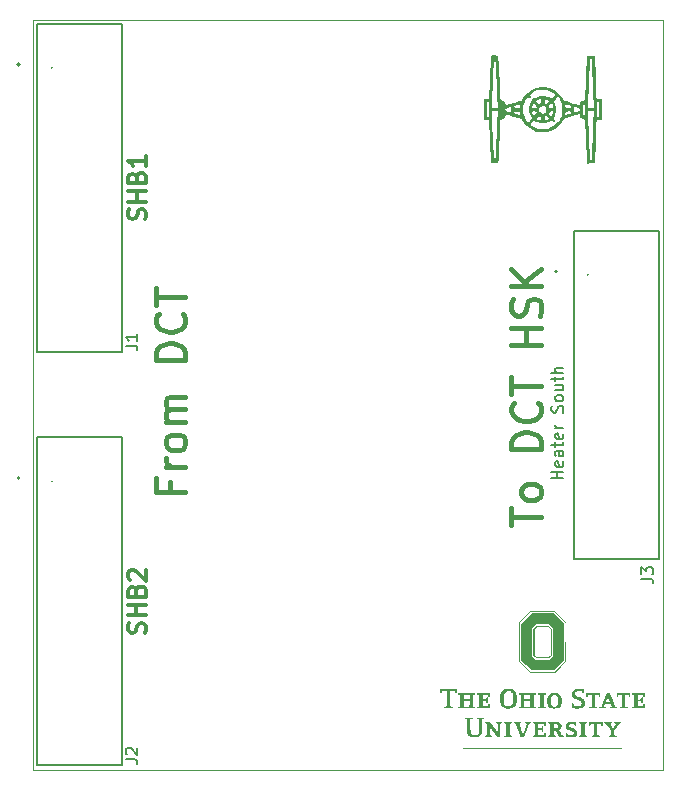
<source format=gbr>
%TF.GenerationSoftware,KiCad,Pcbnew,7.0.7*%
%TF.CreationDate,2023-10-17T22:09:54-05:00*%
%TF.ProjectId,Heater_South_DCT_HSK,48656174-6572-45f5-936f-7574685f4443,rev?*%
%TF.SameCoordinates,Original*%
%TF.FileFunction,Legend,Top*%
%TF.FilePolarity,Positive*%
%FSLAX46Y46*%
G04 Gerber Fmt 4.6, Leading zero omitted, Abs format (unit mm)*
G04 Created by KiCad (PCBNEW 7.0.7) date 2023-10-17 22:09:54*
%MOMM*%
%LPD*%
G01*
G04 APERTURE LIST*
%ADD10C,0.150000*%
%ADD11C,0.400000*%
%ADD12C,0.375000*%
%ADD13C,0.200000*%
%ADD14C,0.127000*%
%TA.AperFunction,Profile*%
%ADD15C,0.100000*%
%TD*%
G04 APERTURE END LIST*
D10*
X148615400Y-72390000D02*
G75*
G03*
X148615400Y-72390000I-25400J0D01*
G01*
X103200200Y-89890600D02*
G75*
G03*
X103200200Y-89890600I-25400J0D01*
G01*
X103200200Y-54864000D02*
G75*
G03*
X103200200Y-54864000I-25400J0D01*
G01*
D11*
X142131047Y-93589224D02*
X142131047Y-92160653D01*
X144631047Y-92874939D02*
X142131047Y-92874939D01*
X144631047Y-90970177D02*
X144512000Y-91208272D01*
X144512000Y-91208272D02*
X144392952Y-91327319D01*
X144392952Y-91327319D02*
X144154857Y-91446367D01*
X144154857Y-91446367D02*
X143440571Y-91446367D01*
X143440571Y-91446367D02*
X143202476Y-91327319D01*
X143202476Y-91327319D02*
X143083428Y-91208272D01*
X143083428Y-91208272D02*
X142964380Y-90970177D01*
X142964380Y-90970177D02*
X142964380Y-90613034D01*
X142964380Y-90613034D02*
X143083428Y-90374938D01*
X143083428Y-90374938D02*
X143202476Y-90255891D01*
X143202476Y-90255891D02*
X143440571Y-90136843D01*
X143440571Y-90136843D02*
X144154857Y-90136843D01*
X144154857Y-90136843D02*
X144392952Y-90255891D01*
X144392952Y-90255891D02*
X144512000Y-90374938D01*
X144512000Y-90374938D02*
X144631047Y-90613034D01*
X144631047Y-90613034D02*
X144631047Y-90970177D01*
X144631047Y-87160652D02*
X142131047Y-87160652D01*
X142131047Y-87160652D02*
X142131047Y-86565414D01*
X142131047Y-86565414D02*
X142250095Y-86208271D01*
X142250095Y-86208271D02*
X142488190Y-85970176D01*
X142488190Y-85970176D02*
X142726285Y-85851129D01*
X142726285Y-85851129D02*
X143202476Y-85732081D01*
X143202476Y-85732081D02*
X143559619Y-85732081D01*
X143559619Y-85732081D02*
X144035809Y-85851129D01*
X144035809Y-85851129D02*
X144273904Y-85970176D01*
X144273904Y-85970176D02*
X144512000Y-86208271D01*
X144512000Y-86208271D02*
X144631047Y-86565414D01*
X144631047Y-86565414D02*
X144631047Y-87160652D01*
X144392952Y-83232081D02*
X144512000Y-83351129D01*
X144512000Y-83351129D02*
X144631047Y-83708271D01*
X144631047Y-83708271D02*
X144631047Y-83946367D01*
X144631047Y-83946367D02*
X144512000Y-84303510D01*
X144512000Y-84303510D02*
X144273904Y-84541605D01*
X144273904Y-84541605D02*
X144035809Y-84660652D01*
X144035809Y-84660652D02*
X143559619Y-84779700D01*
X143559619Y-84779700D02*
X143202476Y-84779700D01*
X143202476Y-84779700D02*
X142726285Y-84660652D01*
X142726285Y-84660652D02*
X142488190Y-84541605D01*
X142488190Y-84541605D02*
X142250095Y-84303510D01*
X142250095Y-84303510D02*
X142131047Y-83946367D01*
X142131047Y-83946367D02*
X142131047Y-83708271D01*
X142131047Y-83708271D02*
X142250095Y-83351129D01*
X142250095Y-83351129D02*
X142369142Y-83232081D01*
X142131047Y-82517795D02*
X142131047Y-81089224D01*
X144631047Y-81803510D02*
X142131047Y-81803510D01*
X144631047Y-78351128D02*
X142131047Y-78351128D01*
X143321523Y-78351128D02*
X143321523Y-76922557D01*
X144631047Y-76922557D02*
X142131047Y-76922557D01*
X144512000Y-75851128D02*
X144631047Y-75493985D01*
X144631047Y-75493985D02*
X144631047Y-74898747D01*
X144631047Y-74898747D02*
X144512000Y-74660652D01*
X144512000Y-74660652D02*
X144392952Y-74541604D01*
X144392952Y-74541604D02*
X144154857Y-74422557D01*
X144154857Y-74422557D02*
X143916761Y-74422557D01*
X143916761Y-74422557D02*
X143678666Y-74541604D01*
X143678666Y-74541604D02*
X143559619Y-74660652D01*
X143559619Y-74660652D02*
X143440571Y-74898747D01*
X143440571Y-74898747D02*
X143321523Y-75374938D01*
X143321523Y-75374938D02*
X143202476Y-75613033D01*
X143202476Y-75613033D02*
X143083428Y-75732080D01*
X143083428Y-75732080D02*
X142845333Y-75851128D01*
X142845333Y-75851128D02*
X142607238Y-75851128D01*
X142607238Y-75851128D02*
X142369142Y-75732080D01*
X142369142Y-75732080D02*
X142250095Y-75613033D01*
X142250095Y-75613033D02*
X142131047Y-75374938D01*
X142131047Y-75374938D02*
X142131047Y-74779699D01*
X142131047Y-74779699D02*
X142250095Y-74422557D01*
X144631047Y-73351128D02*
X142131047Y-73351128D01*
X144631047Y-71922557D02*
X143202476Y-72993986D01*
X142131047Y-71922557D02*
X143559619Y-73351128D01*
X113213523Y-89976490D02*
X113213523Y-90809823D01*
X114523047Y-90809823D02*
X112023047Y-90809823D01*
X112023047Y-90809823D02*
X112023047Y-89619347D01*
X114523047Y-88666966D02*
X112856380Y-88666966D01*
X113332571Y-88666966D02*
X113094476Y-88547919D01*
X113094476Y-88547919D02*
X112975428Y-88428871D01*
X112975428Y-88428871D02*
X112856380Y-88190776D01*
X112856380Y-88190776D02*
X112856380Y-87952681D01*
X114523047Y-86762205D02*
X114404000Y-87000300D01*
X114404000Y-87000300D02*
X114284952Y-87119347D01*
X114284952Y-87119347D02*
X114046857Y-87238395D01*
X114046857Y-87238395D02*
X113332571Y-87238395D01*
X113332571Y-87238395D02*
X113094476Y-87119347D01*
X113094476Y-87119347D02*
X112975428Y-87000300D01*
X112975428Y-87000300D02*
X112856380Y-86762205D01*
X112856380Y-86762205D02*
X112856380Y-86405062D01*
X112856380Y-86405062D02*
X112975428Y-86166966D01*
X112975428Y-86166966D02*
X113094476Y-86047919D01*
X113094476Y-86047919D02*
X113332571Y-85928871D01*
X113332571Y-85928871D02*
X114046857Y-85928871D01*
X114046857Y-85928871D02*
X114284952Y-86047919D01*
X114284952Y-86047919D02*
X114404000Y-86166966D01*
X114404000Y-86166966D02*
X114523047Y-86405062D01*
X114523047Y-86405062D02*
X114523047Y-86762205D01*
X114523047Y-84857442D02*
X112856380Y-84857442D01*
X113094476Y-84857442D02*
X112975428Y-84738395D01*
X112975428Y-84738395D02*
X112856380Y-84500300D01*
X112856380Y-84500300D02*
X112856380Y-84143157D01*
X112856380Y-84143157D02*
X112975428Y-83905061D01*
X112975428Y-83905061D02*
X113213523Y-83786014D01*
X113213523Y-83786014D02*
X114523047Y-83786014D01*
X113213523Y-83786014D02*
X112975428Y-83666966D01*
X112975428Y-83666966D02*
X112856380Y-83428871D01*
X112856380Y-83428871D02*
X112856380Y-83071728D01*
X112856380Y-83071728D02*
X112975428Y-82833633D01*
X112975428Y-82833633D02*
X113213523Y-82714585D01*
X113213523Y-82714585D02*
X114523047Y-82714585D01*
X114523047Y-79619347D02*
X112023047Y-79619347D01*
X112023047Y-79619347D02*
X112023047Y-79024109D01*
X112023047Y-79024109D02*
X112142095Y-78666966D01*
X112142095Y-78666966D02*
X112380190Y-78428871D01*
X112380190Y-78428871D02*
X112618285Y-78309824D01*
X112618285Y-78309824D02*
X113094476Y-78190776D01*
X113094476Y-78190776D02*
X113451619Y-78190776D01*
X113451619Y-78190776D02*
X113927809Y-78309824D01*
X113927809Y-78309824D02*
X114165904Y-78428871D01*
X114165904Y-78428871D02*
X114404000Y-78666966D01*
X114404000Y-78666966D02*
X114523047Y-79024109D01*
X114523047Y-79024109D02*
X114523047Y-79619347D01*
X114284952Y-75690776D02*
X114404000Y-75809824D01*
X114404000Y-75809824D02*
X114523047Y-76166966D01*
X114523047Y-76166966D02*
X114523047Y-76405062D01*
X114523047Y-76405062D02*
X114404000Y-76762205D01*
X114404000Y-76762205D02*
X114165904Y-77000300D01*
X114165904Y-77000300D02*
X113927809Y-77119347D01*
X113927809Y-77119347D02*
X113451619Y-77238395D01*
X113451619Y-77238395D02*
X113094476Y-77238395D01*
X113094476Y-77238395D02*
X112618285Y-77119347D01*
X112618285Y-77119347D02*
X112380190Y-77000300D01*
X112380190Y-77000300D02*
X112142095Y-76762205D01*
X112142095Y-76762205D02*
X112023047Y-76405062D01*
X112023047Y-76405062D02*
X112023047Y-76166966D01*
X112023047Y-76166966D02*
X112142095Y-75809824D01*
X112142095Y-75809824D02*
X112261142Y-75690776D01*
X112023047Y-74976490D02*
X112023047Y-73547919D01*
X114523047Y-74262205D02*
X112023047Y-74262205D01*
D10*
X109462219Y-113439533D02*
X110176504Y-113439533D01*
X110176504Y-113439533D02*
X110319361Y-113487152D01*
X110319361Y-113487152D02*
X110414600Y-113582390D01*
X110414600Y-113582390D02*
X110462219Y-113725247D01*
X110462219Y-113725247D02*
X110462219Y-113820485D01*
X109557457Y-113010961D02*
X109509838Y-112963342D01*
X109509838Y-112963342D02*
X109462219Y-112868104D01*
X109462219Y-112868104D02*
X109462219Y-112630009D01*
X109462219Y-112630009D02*
X109509838Y-112534771D01*
X109509838Y-112534771D02*
X109557457Y-112487152D01*
X109557457Y-112487152D02*
X109652695Y-112439533D01*
X109652695Y-112439533D02*
X109747933Y-112439533D01*
X109747933Y-112439533D02*
X109890790Y-112487152D01*
X109890790Y-112487152D02*
X110462219Y-113058580D01*
X110462219Y-113058580D02*
X110462219Y-112439533D01*
D12*
X111093000Y-102729171D02*
X111164428Y-102514886D01*
X111164428Y-102514886D02*
X111164428Y-102157743D01*
X111164428Y-102157743D02*
X111093000Y-102014886D01*
X111093000Y-102014886D02*
X111021571Y-101943457D01*
X111021571Y-101943457D02*
X110878714Y-101872028D01*
X110878714Y-101872028D02*
X110735857Y-101872028D01*
X110735857Y-101872028D02*
X110593000Y-101943457D01*
X110593000Y-101943457D02*
X110521571Y-102014886D01*
X110521571Y-102014886D02*
X110450142Y-102157743D01*
X110450142Y-102157743D02*
X110378714Y-102443457D01*
X110378714Y-102443457D02*
X110307285Y-102586314D01*
X110307285Y-102586314D02*
X110235857Y-102657743D01*
X110235857Y-102657743D02*
X110093000Y-102729171D01*
X110093000Y-102729171D02*
X109950142Y-102729171D01*
X109950142Y-102729171D02*
X109807285Y-102657743D01*
X109807285Y-102657743D02*
X109735857Y-102586314D01*
X109735857Y-102586314D02*
X109664428Y-102443457D01*
X109664428Y-102443457D02*
X109664428Y-102086314D01*
X109664428Y-102086314D02*
X109735857Y-101872028D01*
X111164428Y-101229172D02*
X109664428Y-101229172D01*
X110378714Y-101229172D02*
X110378714Y-100372029D01*
X111164428Y-100372029D02*
X109664428Y-100372029D01*
X110378714Y-99157743D02*
X110450142Y-98943457D01*
X110450142Y-98943457D02*
X110521571Y-98872028D01*
X110521571Y-98872028D02*
X110664428Y-98800600D01*
X110664428Y-98800600D02*
X110878714Y-98800600D01*
X110878714Y-98800600D02*
X111021571Y-98872028D01*
X111021571Y-98872028D02*
X111093000Y-98943457D01*
X111093000Y-98943457D02*
X111164428Y-99086314D01*
X111164428Y-99086314D02*
X111164428Y-99657743D01*
X111164428Y-99657743D02*
X109664428Y-99657743D01*
X109664428Y-99657743D02*
X109664428Y-99157743D01*
X109664428Y-99157743D02*
X109735857Y-99014886D01*
X109735857Y-99014886D02*
X109807285Y-98943457D01*
X109807285Y-98943457D02*
X109950142Y-98872028D01*
X109950142Y-98872028D02*
X110093000Y-98872028D01*
X110093000Y-98872028D02*
X110235857Y-98943457D01*
X110235857Y-98943457D02*
X110307285Y-99014886D01*
X110307285Y-99014886D02*
X110378714Y-99157743D01*
X110378714Y-99157743D02*
X110378714Y-99657743D01*
X109807285Y-98229171D02*
X109735857Y-98157743D01*
X109735857Y-98157743D02*
X109664428Y-98014886D01*
X109664428Y-98014886D02*
X109664428Y-97657743D01*
X109664428Y-97657743D02*
X109735857Y-97514886D01*
X109735857Y-97514886D02*
X109807285Y-97443457D01*
X109807285Y-97443457D02*
X109950142Y-97372028D01*
X109950142Y-97372028D02*
X110093000Y-97372028D01*
X110093000Y-97372028D02*
X110307285Y-97443457D01*
X110307285Y-97443457D02*
X111164428Y-98300600D01*
X111164428Y-98300600D02*
X111164428Y-97372028D01*
D10*
X153134979Y-98148733D02*
X153849264Y-98148733D01*
X153849264Y-98148733D02*
X153992121Y-98196352D01*
X153992121Y-98196352D02*
X154087360Y-98291590D01*
X154087360Y-98291590D02*
X154134979Y-98434447D01*
X154134979Y-98434447D02*
X154134979Y-98529685D01*
X153134979Y-97767780D02*
X153134979Y-97148733D01*
X153134979Y-97148733D02*
X153515931Y-97482066D01*
X153515931Y-97482066D02*
X153515931Y-97339209D01*
X153515931Y-97339209D02*
X153563550Y-97243971D01*
X153563550Y-97243971D02*
X153611169Y-97196352D01*
X153611169Y-97196352D02*
X153706407Y-97148733D01*
X153706407Y-97148733D02*
X153944502Y-97148733D01*
X153944502Y-97148733D02*
X154039740Y-97196352D01*
X154039740Y-97196352D02*
X154087360Y-97243971D01*
X154087360Y-97243971D02*
X154134979Y-97339209D01*
X154134979Y-97339209D02*
X154134979Y-97624923D01*
X154134979Y-97624923D02*
X154087360Y-97720161D01*
X154087360Y-97720161D02*
X154039740Y-97767780D01*
D13*
X146512379Y-89640476D02*
X145512379Y-89640476D01*
X145988569Y-89640476D02*
X145988569Y-89069048D01*
X146512379Y-89069048D02*
X145512379Y-89069048D01*
X146464760Y-88211905D02*
X146512379Y-88307143D01*
X146512379Y-88307143D02*
X146512379Y-88497619D01*
X146512379Y-88497619D02*
X146464760Y-88592857D01*
X146464760Y-88592857D02*
X146369521Y-88640476D01*
X146369521Y-88640476D02*
X145988569Y-88640476D01*
X145988569Y-88640476D02*
X145893331Y-88592857D01*
X145893331Y-88592857D02*
X145845712Y-88497619D01*
X145845712Y-88497619D02*
X145845712Y-88307143D01*
X145845712Y-88307143D02*
X145893331Y-88211905D01*
X145893331Y-88211905D02*
X145988569Y-88164286D01*
X145988569Y-88164286D02*
X146083807Y-88164286D01*
X146083807Y-88164286D02*
X146179045Y-88640476D01*
X146512379Y-87307143D02*
X145988569Y-87307143D01*
X145988569Y-87307143D02*
X145893331Y-87354762D01*
X145893331Y-87354762D02*
X145845712Y-87450000D01*
X145845712Y-87450000D02*
X145845712Y-87640476D01*
X145845712Y-87640476D02*
X145893331Y-87735714D01*
X146464760Y-87307143D02*
X146512379Y-87402381D01*
X146512379Y-87402381D02*
X146512379Y-87640476D01*
X146512379Y-87640476D02*
X146464760Y-87735714D01*
X146464760Y-87735714D02*
X146369521Y-87783333D01*
X146369521Y-87783333D02*
X146274283Y-87783333D01*
X146274283Y-87783333D02*
X146179045Y-87735714D01*
X146179045Y-87735714D02*
X146131426Y-87640476D01*
X146131426Y-87640476D02*
X146131426Y-87402381D01*
X146131426Y-87402381D02*
X146083807Y-87307143D01*
X145845712Y-86973809D02*
X145845712Y-86592857D01*
X145512379Y-86830952D02*
X146369521Y-86830952D01*
X146369521Y-86830952D02*
X146464760Y-86783333D01*
X146464760Y-86783333D02*
X146512379Y-86688095D01*
X146512379Y-86688095D02*
X146512379Y-86592857D01*
X146464760Y-85878571D02*
X146512379Y-85973809D01*
X146512379Y-85973809D02*
X146512379Y-86164285D01*
X146512379Y-86164285D02*
X146464760Y-86259523D01*
X146464760Y-86259523D02*
X146369521Y-86307142D01*
X146369521Y-86307142D02*
X145988569Y-86307142D01*
X145988569Y-86307142D02*
X145893331Y-86259523D01*
X145893331Y-86259523D02*
X145845712Y-86164285D01*
X145845712Y-86164285D02*
X145845712Y-85973809D01*
X145845712Y-85973809D02*
X145893331Y-85878571D01*
X145893331Y-85878571D02*
X145988569Y-85830952D01*
X145988569Y-85830952D02*
X146083807Y-85830952D01*
X146083807Y-85830952D02*
X146179045Y-86307142D01*
X146512379Y-85402380D02*
X145845712Y-85402380D01*
X146036188Y-85402380D02*
X145940950Y-85354761D01*
X145940950Y-85354761D02*
X145893331Y-85307142D01*
X145893331Y-85307142D02*
X145845712Y-85211904D01*
X145845712Y-85211904D02*
X145845712Y-85116666D01*
X146464760Y-84069046D02*
X146512379Y-83926189D01*
X146512379Y-83926189D02*
X146512379Y-83688094D01*
X146512379Y-83688094D02*
X146464760Y-83592856D01*
X146464760Y-83592856D02*
X146417140Y-83545237D01*
X146417140Y-83545237D02*
X146321902Y-83497618D01*
X146321902Y-83497618D02*
X146226664Y-83497618D01*
X146226664Y-83497618D02*
X146131426Y-83545237D01*
X146131426Y-83545237D02*
X146083807Y-83592856D01*
X146083807Y-83592856D02*
X146036188Y-83688094D01*
X146036188Y-83688094D02*
X145988569Y-83878570D01*
X145988569Y-83878570D02*
X145940950Y-83973808D01*
X145940950Y-83973808D02*
X145893331Y-84021427D01*
X145893331Y-84021427D02*
X145798093Y-84069046D01*
X145798093Y-84069046D02*
X145702855Y-84069046D01*
X145702855Y-84069046D02*
X145607617Y-84021427D01*
X145607617Y-84021427D02*
X145559998Y-83973808D01*
X145559998Y-83973808D02*
X145512379Y-83878570D01*
X145512379Y-83878570D02*
X145512379Y-83640475D01*
X145512379Y-83640475D02*
X145559998Y-83497618D01*
X146512379Y-82926189D02*
X146464760Y-83021427D01*
X146464760Y-83021427D02*
X146417140Y-83069046D01*
X146417140Y-83069046D02*
X146321902Y-83116665D01*
X146321902Y-83116665D02*
X146036188Y-83116665D01*
X146036188Y-83116665D02*
X145940950Y-83069046D01*
X145940950Y-83069046D02*
X145893331Y-83021427D01*
X145893331Y-83021427D02*
X145845712Y-82926189D01*
X145845712Y-82926189D02*
X145845712Y-82783332D01*
X145845712Y-82783332D02*
X145893331Y-82688094D01*
X145893331Y-82688094D02*
X145940950Y-82640475D01*
X145940950Y-82640475D02*
X146036188Y-82592856D01*
X146036188Y-82592856D02*
X146321902Y-82592856D01*
X146321902Y-82592856D02*
X146417140Y-82640475D01*
X146417140Y-82640475D02*
X146464760Y-82688094D01*
X146464760Y-82688094D02*
X146512379Y-82783332D01*
X146512379Y-82783332D02*
X146512379Y-82926189D01*
X145845712Y-81735713D02*
X146512379Y-81735713D01*
X145845712Y-82164284D02*
X146369521Y-82164284D01*
X146369521Y-82164284D02*
X146464760Y-82116665D01*
X146464760Y-82116665D02*
X146512379Y-82021427D01*
X146512379Y-82021427D02*
X146512379Y-81878570D01*
X146512379Y-81878570D02*
X146464760Y-81783332D01*
X146464760Y-81783332D02*
X146417140Y-81735713D01*
X145845712Y-81402379D02*
X145845712Y-81021427D01*
X145512379Y-81259522D02*
X146369521Y-81259522D01*
X146369521Y-81259522D02*
X146464760Y-81211903D01*
X146464760Y-81211903D02*
X146512379Y-81116665D01*
X146512379Y-81116665D02*
X146512379Y-81021427D01*
X146512379Y-80688093D02*
X145512379Y-80688093D01*
X146512379Y-80259522D02*
X145988569Y-80259522D01*
X145988569Y-80259522D02*
X145893331Y-80307141D01*
X145893331Y-80307141D02*
X145845712Y-80402379D01*
X145845712Y-80402379D02*
X145845712Y-80545236D01*
X145845712Y-80545236D02*
X145893331Y-80640474D01*
X145893331Y-80640474D02*
X145940950Y-80688093D01*
D10*
X109462219Y-78412933D02*
X110176504Y-78412933D01*
X110176504Y-78412933D02*
X110319361Y-78460552D01*
X110319361Y-78460552D02*
X110414600Y-78555790D01*
X110414600Y-78555790D02*
X110462219Y-78698647D01*
X110462219Y-78698647D02*
X110462219Y-78793885D01*
X110462219Y-77412933D02*
X110462219Y-77984361D01*
X110462219Y-77698647D02*
X109462219Y-77698647D01*
X109462219Y-77698647D02*
X109605076Y-77793885D01*
X109605076Y-77793885D02*
X109700314Y-77889123D01*
X109700314Y-77889123D02*
X109747933Y-77984361D01*
D12*
X111110000Y-67702571D02*
X111181428Y-67488286D01*
X111181428Y-67488286D02*
X111181428Y-67131143D01*
X111181428Y-67131143D02*
X111110000Y-66988286D01*
X111110000Y-66988286D02*
X111038571Y-66916857D01*
X111038571Y-66916857D02*
X110895714Y-66845428D01*
X110895714Y-66845428D02*
X110752857Y-66845428D01*
X110752857Y-66845428D02*
X110610000Y-66916857D01*
X110610000Y-66916857D02*
X110538571Y-66988286D01*
X110538571Y-66988286D02*
X110467142Y-67131143D01*
X110467142Y-67131143D02*
X110395714Y-67416857D01*
X110395714Y-67416857D02*
X110324285Y-67559714D01*
X110324285Y-67559714D02*
X110252857Y-67631143D01*
X110252857Y-67631143D02*
X110110000Y-67702571D01*
X110110000Y-67702571D02*
X109967142Y-67702571D01*
X109967142Y-67702571D02*
X109824285Y-67631143D01*
X109824285Y-67631143D02*
X109752857Y-67559714D01*
X109752857Y-67559714D02*
X109681428Y-67416857D01*
X109681428Y-67416857D02*
X109681428Y-67059714D01*
X109681428Y-67059714D02*
X109752857Y-66845428D01*
X111181428Y-66202572D02*
X109681428Y-66202572D01*
X110395714Y-66202572D02*
X110395714Y-65345429D01*
X111181428Y-65345429D02*
X109681428Y-65345429D01*
X110395714Y-64131143D02*
X110467142Y-63916857D01*
X110467142Y-63916857D02*
X110538571Y-63845428D01*
X110538571Y-63845428D02*
X110681428Y-63774000D01*
X110681428Y-63774000D02*
X110895714Y-63774000D01*
X110895714Y-63774000D02*
X111038571Y-63845428D01*
X111038571Y-63845428D02*
X111110000Y-63916857D01*
X111110000Y-63916857D02*
X111181428Y-64059714D01*
X111181428Y-64059714D02*
X111181428Y-64631143D01*
X111181428Y-64631143D02*
X109681428Y-64631143D01*
X109681428Y-64631143D02*
X109681428Y-64131143D01*
X109681428Y-64131143D02*
X109752857Y-63988286D01*
X109752857Y-63988286D02*
X109824285Y-63916857D01*
X109824285Y-63916857D02*
X109967142Y-63845428D01*
X109967142Y-63845428D02*
X110110000Y-63845428D01*
X110110000Y-63845428D02*
X110252857Y-63916857D01*
X110252857Y-63916857D02*
X110324285Y-63988286D01*
X110324285Y-63988286D02*
X110395714Y-64131143D01*
X110395714Y-64131143D02*
X110395714Y-64631143D01*
X111181428Y-62345428D02*
X111181428Y-63202571D01*
X111181428Y-62774000D02*
X109681428Y-62774000D01*
X109681428Y-62774000D02*
X109895714Y-62916857D01*
X109895714Y-62916857D02*
X110038571Y-63059714D01*
X110038571Y-63059714D02*
X110110000Y-63202571D01*
%TO.C,G\u002A\u002A\u002A*%
G36*
X140803510Y-53815508D02*
G01*
X140928996Y-53838124D01*
X140961496Y-53853162D01*
X140982219Y-53894945D01*
X141002020Y-53997794D01*
X141021490Y-54168659D01*
X141041220Y-54414490D01*
X141061798Y-54742238D01*
X141083817Y-55158852D01*
X141098600Y-55468075D01*
X141116802Y-55868336D01*
X141133389Y-56247573D01*
X141147771Y-56591145D01*
X141159358Y-56884408D01*
X141167560Y-57112721D01*
X141171787Y-57261442D01*
X141172232Y-57295323D01*
X141177019Y-57446955D01*
X141205798Y-57535555D01*
X141281747Y-57598289D01*
X141398344Y-57657887D01*
X141540926Y-57738830D01*
X141608761Y-57814843D01*
X141623787Y-57893314D01*
X141636639Y-57988427D01*
X141661361Y-58020680D01*
X141720915Y-58007828D01*
X141857494Y-57971604D01*
X142052098Y-57917234D01*
X142285721Y-57849944D01*
X142339443Y-57834226D01*
X142599056Y-57757132D01*
X142780616Y-57698351D01*
X142902341Y-57648427D01*
X142982452Y-57597904D01*
X143039167Y-57537327D01*
X143090706Y-57457239D01*
X143101650Y-57438637D01*
X143202676Y-57297157D01*
X143348551Y-57129095D01*
X143500857Y-56977346D01*
X143845133Y-56725078D01*
X144218721Y-56561855D01*
X144609212Y-56485623D01*
X145004200Y-56494329D01*
X145391279Y-56585916D01*
X145758043Y-56758332D01*
X146092084Y-57009522D01*
X146380997Y-57337432D01*
X146468407Y-57468725D01*
X146520293Y-57543524D01*
X146582355Y-57602437D01*
X146673026Y-57654618D01*
X146810742Y-57709226D01*
X147013936Y-57775415D01*
X147199675Y-57831940D01*
X147437713Y-57902269D01*
X147642947Y-57960548D01*
X147795362Y-58001262D01*
X147874945Y-58018898D01*
X147879291Y-58019211D01*
X147921983Y-57976363D01*
X147936213Y-57893314D01*
X147958020Y-57801693D01*
X148037962Y-57725265D01*
X148153578Y-57661812D01*
X148370942Y-57556209D01*
X148430612Y-56021734D01*
X148446714Y-55622301D01*
X148463180Y-55240277D01*
X148479253Y-54891318D01*
X148494179Y-54591080D01*
X148507201Y-54355218D01*
X148517563Y-54199388D01*
X148519915Y-54171910D01*
X148549548Y-53856560D01*
X148856589Y-53871318D01*
X149163630Y-53886075D01*
X149246351Y-55689626D01*
X149265471Y-56103937D01*
X149283301Y-56485401D01*
X149299296Y-56822753D01*
X149312913Y-57104729D01*
X149323608Y-57320063D01*
X149330838Y-57457490D01*
X149334024Y-57505701D01*
X149382016Y-57513189D01*
X149497652Y-57517665D01*
X149564419Y-57518225D01*
X149789862Y-57518225D01*
X149789862Y-58420000D01*
X149789862Y-59321776D01*
X149564419Y-59321776D01*
X149428640Y-59324277D01*
X149345570Y-59330603D01*
X149334024Y-59334300D01*
X149330674Y-59385435D01*
X149323331Y-59525399D01*
X149312539Y-59742928D01*
X149298841Y-60026755D01*
X149282782Y-60365617D01*
X149264905Y-60748247D01*
X149246351Y-61150375D01*
X149163630Y-62953925D01*
X148856589Y-62968683D01*
X148549548Y-62983441D01*
X148519915Y-62668091D01*
X148510445Y-62537831D01*
X148498101Y-62323095D01*
X148483639Y-62039539D01*
X148467815Y-61702819D01*
X148451384Y-61328589D01*
X148435102Y-60932507D01*
X148430612Y-60818267D01*
X148370942Y-59283792D01*
X148153578Y-59178188D01*
X148017429Y-59101645D01*
X147952891Y-59028613D01*
X147936222Y-58931829D01*
X147936213Y-58928599D01*
X147936213Y-58784613D01*
X147254412Y-58989004D01*
X146572610Y-59193396D01*
X146411263Y-59445455D01*
X146139949Y-59782458D01*
X145812489Y-60045361D01*
X145442885Y-60230119D01*
X145045143Y-60332683D01*
X144633265Y-60349008D01*
X144221255Y-60275046D01*
X143930075Y-60162501D01*
X143685611Y-60010871D01*
X143437262Y-59800723D01*
X143343748Y-59698926D01*
X143727929Y-59698926D01*
X143771057Y-59758451D01*
X143883554Y-59837440D01*
X144040089Y-59922622D01*
X144215332Y-60000726D01*
X144383952Y-60058483D01*
X144440458Y-60072218D01*
X144802525Y-60099461D01*
X145181310Y-60041687D01*
X145515779Y-59918859D01*
X145687979Y-59829027D01*
X145786518Y-59755586D01*
X145831866Y-59680588D01*
X145841420Y-59633316D01*
X145874151Y-59530525D01*
X145957956Y-59497046D01*
X145982232Y-59496169D01*
X146055839Y-59480616D01*
X146123306Y-59423126D01*
X146200518Y-59305578D01*
X146279528Y-59157004D01*
X146371123Y-58964919D01*
X146422762Y-58810437D01*
X146424221Y-58799838D01*
X146683748Y-58799838D01*
X146687463Y-58846829D01*
X146714238Y-58865469D01*
X146787516Y-58857021D01*
X146930741Y-58822749D01*
X146962155Y-58814842D01*
X147110465Y-58764702D01*
X147176708Y-58704523D01*
X147184734Y-58664546D01*
X147167445Y-58604699D01*
X147098996Y-58576838D01*
X146964650Y-58570296D01*
X146800300Y-58588125D01*
X146712937Y-58651639D01*
X146684152Y-58775881D01*
X146683748Y-58799838D01*
X146424221Y-58799838D01*
X146445163Y-58647683D01*
X146449051Y-58431526D01*
X146448573Y-58420000D01*
X147435227Y-58420000D01*
X147438130Y-58562946D01*
X147445552Y-58653637D01*
X147451352Y-58670494D01*
X147503850Y-58655759D01*
X147580001Y-58631114D01*
X148192254Y-58631114D01*
X148197878Y-58806879D01*
X148216260Y-58912181D01*
X148249553Y-58961707D01*
X148285331Y-58971085D01*
X148309584Y-58922601D01*
X148326667Y-58783207D01*
X148335395Y-58570296D01*
X148578947Y-58570296D01*
X148607765Y-58933511D01*
X148617504Y-59082924D01*
X148629928Y-59314532D01*
X148644200Y-59610393D01*
X148659484Y-59952569D01*
X148674945Y-60323117D01*
X148687693Y-60649389D01*
X148707680Y-61165588D01*
X148725452Y-61590257D01*
X148741756Y-61932022D01*
X148757335Y-62199505D01*
X148772936Y-62401333D01*
X148789303Y-62546128D01*
X148807180Y-62642516D01*
X148827315Y-62699121D01*
X148850450Y-62724566D01*
X148867312Y-62728482D01*
X148908595Y-62701484D01*
X148931347Y-62609457D01*
X148939385Y-62435851D01*
X148939519Y-62415365D01*
X148942241Y-62285577D01*
X148949289Y-62071378D01*
X148960034Y-61788433D01*
X148973848Y-61452407D01*
X148990104Y-61078964D01*
X149008172Y-60683769D01*
X149013334Y-60574241D01*
X149031687Y-60180498D01*
X149048421Y-59808418D01*
X149062918Y-59472773D01*
X149074560Y-59188333D01*
X149082730Y-58969872D01*
X149086811Y-58832159D01*
X149087149Y-58808265D01*
X149088482Y-58570296D01*
X148833714Y-58570296D01*
X148578947Y-58570296D01*
X148335395Y-58570296D01*
X148335735Y-58561991D01*
X148336966Y-58420000D01*
X149338975Y-58420000D01*
X149339825Y-58685883D01*
X149344012Y-58867540D01*
X149353993Y-58980938D01*
X149372225Y-59042047D01*
X149401164Y-59066833D01*
X149439172Y-59071282D01*
X149480077Y-59065759D01*
X149508024Y-59038542D01*
X149525470Y-58973664D01*
X149534871Y-58855158D01*
X149538685Y-58667055D01*
X149539369Y-58420000D01*
X149538519Y-58154118D01*
X149534332Y-57972461D01*
X149524351Y-57859063D01*
X149506119Y-57797954D01*
X149477180Y-57773168D01*
X149439172Y-57768718D01*
X149398267Y-57774242D01*
X149370320Y-57801459D01*
X149352874Y-57866337D01*
X149343473Y-57984843D01*
X149339659Y-58172946D01*
X149338975Y-58420000D01*
X148336966Y-58420000D01*
X148337002Y-58415826D01*
X148335389Y-58269705D01*
X148578947Y-58269705D01*
X148833714Y-58269705D01*
X149088482Y-58269705D01*
X149087149Y-58031736D01*
X149084454Y-57921918D01*
X149077480Y-57726795D01*
X149066843Y-57461136D01*
X149053161Y-57139714D01*
X149037052Y-56777300D01*
X149019132Y-56388664D01*
X149013334Y-56265760D01*
X148994880Y-55867350D01*
X148978067Y-55486420D01*
X148963525Y-55138632D01*
X148951880Y-54839653D01*
X148943761Y-54605146D01*
X148939797Y-54450775D01*
X148939519Y-54424636D01*
X148932634Y-54242758D01*
X148911383Y-54143971D01*
X148871950Y-54111723D01*
X148867312Y-54111519D01*
X148841846Y-54121443D01*
X148819861Y-54156963D01*
X148800613Y-54226704D01*
X148783357Y-54339291D01*
X148767348Y-54503347D01*
X148751840Y-54727497D01*
X148736089Y-55020366D01*
X148719349Y-55390576D01*
X148700876Y-55846754D01*
X148687693Y-56190612D01*
X148672745Y-56571197D01*
X148657257Y-56938772D01*
X148642067Y-57275395D01*
X148628009Y-57563127D01*
X148615920Y-57784027D01*
X148607765Y-57906490D01*
X148578947Y-58269705D01*
X148335389Y-58269705D01*
X148334201Y-58162128D01*
X148324848Y-57996361D01*
X148307522Y-57906386D01*
X148280802Y-57880069D01*
X148274379Y-57881318D01*
X148238958Y-57938712D01*
X148213927Y-58086699D01*
X148198606Y-58329589D01*
X148197235Y-58370196D01*
X148192254Y-58631114D01*
X147580001Y-58631114D01*
X147620089Y-58618140D01*
X147704590Y-58589701D01*
X147849847Y-58531397D01*
X147916978Y-58475588D01*
X147926434Y-58407091D01*
X147877060Y-58324897D01*
X147747066Y-58258075D01*
X147685720Y-58238151D01*
X147550517Y-58198470D01*
X147463371Y-58173978D01*
X147447752Y-58170268D01*
X147440607Y-58214902D01*
X147436072Y-58329855D01*
X147435227Y-58420000D01*
X146448573Y-58420000D01*
X146438176Y-58169283D01*
X146417464Y-58051249D01*
X146687959Y-58051249D01*
X146703735Y-58142125D01*
X146735881Y-58221933D01*
X146799734Y-58259247D01*
X146926388Y-58269530D01*
X146960245Y-58269705D01*
X147101775Y-58262542D01*
X147168378Y-58234187D01*
X147184734Y-58176018D01*
X147152553Y-58104489D01*
X147045002Y-58046386D01*
X146957854Y-58018809D01*
X146795654Y-57981498D01*
X146710784Y-57989838D01*
X146687959Y-58051249D01*
X146417464Y-58051249D01*
X146401669Y-57961235D01*
X146327448Y-57763495D01*
X146203425Y-57532174D01*
X146199590Y-57525595D01*
X146072299Y-57307520D01*
X145885041Y-57490372D01*
X145697784Y-57673224D01*
X145815026Y-57904807D01*
X145916255Y-58210998D01*
X145928794Y-58535815D01*
X145852687Y-58851352D01*
X145813352Y-58938501D01*
X145754377Y-59074539D01*
X145730575Y-59171751D01*
X145738204Y-59200441D01*
X145777167Y-59273030D01*
X145773432Y-59375671D01*
X145729680Y-59448378D01*
X145652414Y-59447781D01*
X145604405Y-59420128D01*
X145539560Y-59391801D01*
X145442590Y-59405471D01*
X145286237Y-59465037D01*
X145284196Y-59465914D01*
X144946292Y-59558449D01*
X144597649Y-59556090D01*
X144273469Y-59464909D01*
X144023906Y-59357550D01*
X143875918Y-59499332D01*
X143782395Y-59602025D01*
X143731210Y-59683688D01*
X143727929Y-59698926D01*
X143343748Y-59698926D01*
X143221103Y-59565418D01*
X143106838Y-59401177D01*
X143052925Y-59314109D01*
X142997718Y-59249257D01*
X142922655Y-59196802D01*
X142809172Y-59146922D01*
X142638708Y-59089799D01*
X142392700Y-59015613D01*
X142359277Y-59005706D01*
X142120953Y-58936312D01*
X141915622Y-58878793D01*
X141763259Y-58838582D01*
X141683836Y-58821113D01*
X141679448Y-58820789D01*
X141637699Y-58863647D01*
X141623787Y-58946687D01*
X141602888Y-59036465D01*
X141525787Y-59111805D01*
X141398344Y-59182114D01*
X141172900Y-59291643D01*
X141171567Y-59569727D01*
X141168858Y-59690178D01*
X141161844Y-59895460D01*
X141151150Y-60170329D01*
X141137398Y-60499540D01*
X141121211Y-60867850D01*
X141103212Y-61260013D01*
X141097752Y-61375819D01*
X141079658Y-61757553D01*
X141063128Y-62106873D01*
X141048752Y-62411255D01*
X141037121Y-62658173D01*
X141028825Y-62835101D01*
X141024454Y-62929517D01*
X141023937Y-62941401D01*
X140978616Y-62967519D01*
X140866601Y-62979847D01*
X140720252Y-62979681D01*
X140571930Y-62968316D01*
X140453994Y-62947049D01*
X140398806Y-62917175D01*
X140398517Y-62916352D01*
X140391649Y-62851889D01*
X140381942Y-62700459D01*
X140370041Y-62475230D01*
X140356591Y-62189371D01*
X140342238Y-61856051D01*
X140327625Y-61488439D01*
X140324312Y-61400868D01*
X140309139Y-61011409D01*
X140293549Y-60638936D01*
X140278307Y-60299731D01*
X140264175Y-60010074D01*
X140251919Y-59786247D01*
X140242301Y-59644530D01*
X140241458Y-59634892D01*
X140213051Y-59321776D01*
X139991595Y-59321776D01*
X139770139Y-59321776D01*
X139770139Y-58420000D01*
X140020632Y-58420000D01*
X140021481Y-58685883D01*
X140025669Y-58867540D01*
X140035650Y-58980938D01*
X140053882Y-59042047D01*
X140082820Y-59066833D01*
X140120829Y-59071282D01*
X140161734Y-59065759D01*
X140189681Y-59038542D01*
X140207127Y-58973664D01*
X140216528Y-58855158D01*
X140220342Y-58667055D01*
X140220610Y-58570296D01*
X140471519Y-58570296D01*
X140472852Y-58808265D01*
X140475546Y-58918082D01*
X140482521Y-59113206D01*
X140493158Y-59378865D01*
X140506839Y-59700287D01*
X140522949Y-60062701D01*
X140540869Y-60451336D01*
X140546667Y-60574241D01*
X140565121Y-60972651D01*
X140581934Y-61353581D01*
X140596476Y-61701368D01*
X140608121Y-62000348D01*
X140616240Y-62234855D01*
X140620204Y-62389225D01*
X140620482Y-62415365D01*
X140627315Y-62597001D01*
X140648449Y-62695712D01*
X140687756Y-62728227D01*
X140692975Y-62728482D01*
X140738899Y-62693421D01*
X140771795Y-62580300D01*
X140792200Y-62415365D01*
X140801607Y-62281130D01*
X140813698Y-62063709D01*
X140827674Y-61780053D01*
X140842735Y-61447112D01*
X140858079Y-61081836D01*
X140872032Y-60724537D01*
X140887069Y-60339132D01*
X140902675Y-59965409D01*
X140918019Y-59621416D01*
X140932270Y-59325202D01*
X140944597Y-59094814D01*
X140953366Y-58958561D01*
X140982934Y-58570296D01*
X140727227Y-58570296D01*
X140471519Y-58570296D01*
X140220610Y-58570296D01*
X140221026Y-58420000D01*
X141222998Y-58420000D01*
X141225771Y-58674766D01*
X141235026Y-58841581D01*
X141252175Y-58932565D01*
X141278626Y-58959836D01*
X141285622Y-58958561D01*
X141316875Y-58912275D01*
X141336858Y-58791705D01*
X141346715Y-58587013D01*
X141348245Y-58420000D01*
X141348035Y-58407420D01*
X141622272Y-58407420D01*
X141653316Y-58488774D01*
X141783981Y-58566978D01*
X141836707Y-58587216D01*
X141973341Y-58633660D01*
X142068472Y-58662494D01*
X142087200Y-58666538D01*
X142089089Y-58662772D01*
X142375267Y-58662772D01*
X142408916Y-58741813D01*
X142521270Y-58798512D01*
X142563137Y-58810635D01*
X142733985Y-58852321D01*
X142828761Y-58859577D01*
X142867179Y-58827376D01*
X142868952Y-58750690D01*
X142867056Y-58733117D01*
X142847915Y-58648830D01*
X142797089Y-58605295D01*
X142686394Y-58585517D01*
X142613235Y-58580076D01*
X142468422Y-58575958D01*
X142397740Y-58593855D01*
X142376009Y-58642521D01*
X142375267Y-58662772D01*
X142089089Y-58662772D01*
X142108605Y-58623865D01*
X142122213Y-58510392D01*
X142124774Y-58420000D01*
X143113611Y-58420000D01*
X143122946Y-58675822D01*
X143158836Y-58880783D01*
X143233109Y-59077745D01*
X143357592Y-59309571D01*
X143360411Y-59314406D01*
X143487702Y-59532480D01*
X143674959Y-59349629D01*
X143862217Y-59166777D01*
X143833588Y-59110227D01*
X144289794Y-59110227D01*
X144305531Y-59196900D01*
X144416785Y-59263547D01*
X144546991Y-59306000D01*
X144609130Y-59298475D01*
X144628335Y-59227779D01*
X144629705Y-59151790D01*
X144930296Y-59151790D01*
X144934847Y-59265626D01*
X144945991Y-59320804D01*
X144947870Y-59321776D01*
X145002221Y-59306996D01*
X145111070Y-59270992D01*
X145123215Y-59266776D01*
X145247171Y-59200079D01*
X145272713Y-59117723D01*
X145201047Y-59014798D01*
X145188035Y-59002691D01*
X145074322Y-58941892D01*
X144984921Y-58971888D01*
X144935430Y-59083654D01*
X144930296Y-59151790D01*
X144629705Y-59151790D01*
X144601319Y-59008789D01*
X144526561Y-58943820D01*
X144421029Y-58965907D01*
X144371966Y-59002691D01*
X144289794Y-59110227D01*
X143833588Y-59110227D01*
X143744974Y-58935194D01*
X143646879Y-58636551D01*
X143645173Y-58598444D01*
X143890085Y-58598444D01*
X143899691Y-58669266D01*
X143954926Y-58807183D01*
X144031626Y-58990753D01*
X144157341Y-58865037D01*
X144245490Y-58742059D01*
X144250626Y-58654809D01*
X144171836Y-58586906D01*
X144048210Y-58570296D01*
X143936473Y-58573374D01*
X143890085Y-58598444D01*
X143645173Y-58598444D01*
X143637765Y-58433010D01*
X144456196Y-58433010D01*
X144479920Y-58546592D01*
X144557586Y-58660293D01*
X144704433Y-58745293D01*
X144764214Y-58767515D01*
X144811961Y-58754242D01*
X144902884Y-58721491D01*
X144968407Y-58673580D01*
X145304769Y-58673580D01*
X145334813Y-58784944D01*
X145388500Y-58853627D01*
X145469730Y-58934533D01*
X145516590Y-58970927D01*
X145517720Y-58971085D01*
X145547118Y-58929857D01*
X145596202Y-58827724D01*
X145609184Y-58797349D01*
X145662940Y-58661885D01*
X145668654Y-58595042D01*
X145615932Y-58572586D01*
X145511790Y-58570296D01*
X145365477Y-58598088D01*
X145304769Y-58673580D01*
X144968407Y-58673580D01*
X145030996Y-58627815D01*
X145093990Y-58489455D01*
X145091698Y-58337214D01*
X145023954Y-58201894D01*
X144906145Y-58119750D01*
X144758157Y-58101736D01*
X145312820Y-58101736D01*
X145315670Y-58199753D01*
X145407186Y-58258146D01*
X145511790Y-58269705D01*
X145625611Y-58262803D01*
X145680799Y-58245903D01*
X145681776Y-58243046D01*
X145664172Y-58183968D01*
X145620379Y-58069981D01*
X145605075Y-58032818D01*
X145528375Y-57849248D01*
X145402660Y-57974964D01*
X145312820Y-58101736D01*
X144758157Y-58101736D01*
X144734703Y-58098881D01*
X144589013Y-58157706D01*
X144489401Y-58275868D01*
X144456196Y-58433010D01*
X143637765Y-58433010D01*
X143632455Y-58314444D01*
X143648488Y-58242135D01*
X143890313Y-58242135D01*
X143937505Y-58266759D01*
X144048210Y-58269705D01*
X144194848Y-58243487D01*
X144250626Y-58185192D01*
X144238415Y-58081998D01*
X144157341Y-57974964D01*
X144031626Y-57849248D01*
X143954926Y-58032818D01*
X143899238Y-58172074D01*
X143890313Y-58242135D01*
X143648488Y-58242135D01*
X143701969Y-58000937D01*
X143736534Y-57919014D01*
X143797616Y-57761938D01*
X143818991Y-57670090D01*
X144212924Y-57670090D01*
X144329850Y-57794552D01*
X144412491Y-57881181D01*
X144460327Y-57912651D01*
X144509628Y-57904426D01*
X144550459Y-57888605D01*
X144612249Y-57813409D01*
X144629705Y-57688210D01*
X144626576Y-57576185D01*
X144617654Y-57559862D01*
X144927290Y-57559862D01*
X144927747Y-57657785D01*
X144944281Y-57771516D01*
X144971930Y-57860576D01*
X144992920Y-57885835D01*
X145069421Y-57910324D01*
X145125572Y-57890733D01*
X145189369Y-57836102D01*
X145270179Y-57731242D01*
X145253831Y-57647076D01*
X145139167Y-57578990D01*
X145123215Y-57573225D01*
X145011159Y-57535808D01*
X144949679Y-57518386D01*
X144947870Y-57518225D01*
X144927290Y-57559862D01*
X144617654Y-57559862D01*
X144601295Y-57529931D01*
X144530014Y-57539905D01*
X144394656Y-57594158D01*
X144212924Y-57670090D01*
X143818991Y-57670090D01*
X143829988Y-57622838D01*
X143831504Y-57576723D01*
X143840986Y-57489510D01*
X143912630Y-57469680D01*
X143936723Y-57471504D01*
X144050656Y-57457393D01*
X144205094Y-57408322D01*
X144279014Y-57376534D01*
X144585064Y-57284685D01*
X144915530Y-57278176D01*
X145242259Y-57357048D01*
X145286532Y-57375092D01*
X145536095Y-57482451D01*
X145684083Y-57340669D01*
X145777743Y-57236704D01*
X145828868Y-57152273D01*
X145832071Y-57136252D01*
X145790179Y-57085197D01*
X145679661Y-57008519D01*
X145523261Y-56921723D01*
X145501654Y-56910952D01*
X145308058Y-56822790D01*
X145147995Y-56773868D01*
X144974243Y-56753603D01*
X144787749Y-56750950D01*
X144527057Y-56761917D01*
X144319641Y-56798685D01*
X144121790Y-56873339D01*
X143889793Y-56997962D01*
X143885764Y-57000312D01*
X143755136Y-57087165D01*
X143709346Y-57148920D01*
X143722944Y-57182588D01*
X143771287Y-57278015D01*
X143778028Y-57327851D01*
X143740364Y-57398792D01*
X143653554Y-57416745D01*
X143556871Y-57375857D01*
X143542588Y-57362944D01*
X143492411Y-57354720D01*
X143424176Y-57425044D01*
X143360312Y-57525764D01*
X143234814Y-57758629D01*
X143159753Y-57955889D01*
X143123297Y-58160437D01*
X143113613Y-58415164D01*
X143113611Y-58420000D01*
X142124774Y-58420000D01*
X142121871Y-58277054D01*
X142114449Y-58186363D01*
X142111640Y-58178200D01*
X142375267Y-58178200D01*
X142388106Y-58236441D01*
X142443363Y-58261722D01*
X142566145Y-58262666D01*
X142613235Y-58259925D01*
X142758401Y-58245143D01*
X142831557Y-58213924D01*
X142860889Y-58149272D01*
X142867056Y-58106884D01*
X142874293Y-58021638D01*
X142856160Y-57981543D01*
X142790870Y-57979986D01*
X142656639Y-58010353D01*
X142597846Y-58025159D01*
X142450994Y-58074278D01*
X142384627Y-58133120D01*
X142375267Y-58178200D01*
X142111640Y-58178200D01*
X142108649Y-58169507D01*
X142056126Y-58184234D01*
X141940076Y-58221791D01*
X141858156Y-58249365D01*
X141690627Y-58326443D01*
X141622272Y-58407420D01*
X141348035Y-58407420D01*
X141343906Y-58160198D01*
X141330127Y-57990411D01*
X141305763Y-57900802D01*
X141285622Y-57881440D01*
X141257000Y-57896664D01*
X141237981Y-57973010D01*
X141227156Y-58122596D01*
X141223117Y-58357541D01*
X141222998Y-58420000D01*
X140221026Y-58420000D01*
X140220546Y-58269705D01*
X140471519Y-58269705D01*
X140727227Y-58269705D01*
X140982934Y-58269705D01*
X140953366Y-57881440D01*
X140943485Y-57725816D01*
X140930931Y-57488103D01*
X140916534Y-57186352D01*
X140901127Y-56838609D01*
X140885540Y-56462924D01*
X140872032Y-56115464D01*
X140852562Y-55610210D01*
X140835246Y-55196280D01*
X140819298Y-54864845D01*
X140803927Y-54607075D01*
X140788344Y-54414141D01*
X140771761Y-54277214D01*
X140753389Y-54187463D01*
X140732438Y-54136059D01*
X140708121Y-54114174D01*
X140692975Y-54111519D01*
X140651582Y-54138182D01*
X140628761Y-54229324D01*
X140620638Y-54401673D01*
X140620482Y-54424636D01*
X140617760Y-54554424D01*
X140610712Y-54768623D01*
X140599967Y-55051568D01*
X140586153Y-55387594D01*
X140569897Y-55761037D01*
X140551829Y-56156232D01*
X140546667Y-56265760D01*
X140528313Y-56659503D01*
X140511579Y-57031583D01*
X140497083Y-57367228D01*
X140485441Y-57651667D01*
X140477270Y-57870129D01*
X140473190Y-58007842D01*
X140472852Y-58031736D01*
X140471519Y-58269705D01*
X140220546Y-58269705D01*
X140220176Y-58154118D01*
X140215989Y-57972461D01*
X140206008Y-57859063D01*
X140187776Y-57797954D01*
X140158837Y-57773168D01*
X140120829Y-57768718D01*
X140079924Y-57774242D01*
X140051977Y-57801459D01*
X140034531Y-57866337D01*
X140025129Y-57984843D01*
X140021316Y-58172946D01*
X140020632Y-58420000D01*
X139770139Y-58420000D01*
X139770139Y-57518225D01*
X139990663Y-57518225D01*
X140211188Y-57518225D01*
X140239794Y-57230158D01*
X140249041Y-57106379D01*
X140261127Y-56898029D01*
X140275299Y-56620671D01*
X140290806Y-56289867D01*
X140306895Y-55921180D01*
X140322813Y-55530171D01*
X140326355Y-55439133D01*
X140342539Y-55059017D01*
X140360313Y-54710078D01*
X140378788Y-54405242D01*
X140397074Y-54157433D01*
X140414283Y-53979578D01*
X140429525Y-53884602D01*
X140434049Y-53873551D01*
X140514233Y-53834837D01*
X140651322Y-53814951D01*
X140803510Y-53815508D01*
G37*
D14*
%TO.C,J2*%
X109144000Y-86156600D02*
X109144000Y-113944600D01*
X101930000Y-86156600D02*
X109144000Y-86156600D01*
X109144000Y-113944600D02*
X101930000Y-113944600D01*
X101930000Y-113944600D02*
X101930000Y-86156600D01*
D13*
X100495480Y-89616280D02*
G75*
G03*
X100495480Y-89616280I-100000J0D01*
G01*
D14*
%TO.C,J3*%
X154660800Y-68656000D02*
X154660800Y-96444000D01*
X147446800Y-68656000D02*
X154660800Y-68656000D01*
X154660800Y-96444000D02*
X147446800Y-96444000D01*
X147446800Y-96444000D02*
X147446800Y-68656000D01*
D13*
X146012280Y-72115680D02*
G75*
G03*
X146012280Y-72115680I-100000J0D01*
G01*
%TO.C,G\u002A\u002A\u002A*%
G36*
X151486994Y-112535300D02*
G01*
X138057109Y-112535300D01*
X138057109Y-112437982D01*
X151486994Y-112437982D01*
X151486994Y-112535300D01*
G37*
G36*
X152200659Y-108172210D02*
G01*
X152075092Y-108172210D01*
X152053072Y-107977574D01*
X151762728Y-107977574D01*
X151762728Y-108965363D01*
X151957364Y-108987383D01*
X151957364Y-109112950D01*
X151276138Y-109112950D01*
X151276138Y-108987383D01*
X151470774Y-108965363D01*
X151470774Y-107977574D01*
X151180431Y-107977574D01*
X151158411Y-108172210D01*
X151032843Y-108172210D01*
X151032843Y-107815377D01*
X152200659Y-107815377D01*
X152200659Y-108172210D01*
G37*
G36*
X142193124Y-110374899D02*
G01*
X141998488Y-110397489D01*
X141998488Y-111396241D01*
X142091751Y-111410247D01*
X142144055Y-111418935D01*
X142172373Y-111428986D01*
X142184803Y-111446565D01*
X142189442Y-111477834D01*
X142190048Y-111485077D01*
X142195083Y-111545901D01*
X141511898Y-111545901D01*
X141511898Y-111488623D01*
X141513636Y-111455151D01*
X141523431Y-111434536D01*
X141548161Y-111422080D01*
X141594699Y-111413081D01*
X141629491Y-111408250D01*
X141706534Y-111397936D01*
X141706534Y-110397489D01*
X141511898Y-110374899D01*
X141511898Y-110248327D01*
X142193124Y-110248327D01*
X142193124Y-110374899D01*
G37*
G36*
X145417961Y-102241939D02*
G01*
X145550596Y-102377825D01*
X145550596Y-104591627D01*
X145417961Y-104727512D01*
X145285327Y-104863397D01*
X144260416Y-104863397D01*
X144126962Y-104729246D01*
X143993507Y-104595095D01*
X143993507Y-104562461D01*
X144090825Y-104562461D01*
X144191730Y-104664270D01*
X144292634Y-104766079D01*
X145249659Y-104766079D01*
X145351468Y-104665175D01*
X145453278Y-104564271D01*
X145453278Y-102406932D01*
X145235182Y-102187152D01*
X144310605Y-102187152D01*
X144090825Y-102405248D01*
X144090825Y-104562461D01*
X143993507Y-104562461D01*
X143993507Y-102372962D01*
X144127658Y-102239508D01*
X144261810Y-102106054D01*
X145285327Y-102106054D01*
X145417961Y-102241939D01*
G37*
G36*
X146138671Y-101501982D02*
G01*
X146572435Y-101935969D01*
X146572435Y-105034504D01*
X145703299Y-105901456D01*
X143839199Y-105901456D01*
X143397324Y-105459362D01*
X142955449Y-105017267D01*
X142955449Y-104643902D01*
X143847530Y-104643902D01*
X144021615Y-104818529D01*
X144195700Y-104993155D01*
X145347296Y-104993155D01*
X145513824Y-104827193D01*
X145680353Y-104661231D01*
X145680353Y-102309329D01*
X145332183Y-101960077D01*
X144212981Y-101960077D01*
X144030255Y-102142284D01*
X143847530Y-102324490D01*
X143847530Y-104643902D01*
X142955449Y-104643902D01*
X142955449Y-101951746D01*
X143397543Y-101509871D01*
X143839638Y-101067995D01*
X145704908Y-101067995D01*
X146138671Y-101501982D01*
G37*
G36*
X146783290Y-101829982D02*
G01*
X146783290Y-105114999D01*
X146284439Y-105613655D01*
X145785588Y-106112312D01*
X143737718Y-106112312D01*
X143249875Y-105613557D01*
X142762031Y-105114802D01*
X142762013Y-105065941D01*
X142841911Y-105065941D01*
X143316233Y-105540467D01*
X143790555Y-106014994D01*
X145753551Y-106014994D01*
X146219596Y-105548678D01*
X146685641Y-105082363D01*
X146707553Y-101876439D01*
X146238662Y-101407338D01*
X145769771Y-100938238D01*
X143774748Y-100938238D01*
X143308330Y-101404448D01*
X142841911Y-101870659D01*
X142841911Y-105065941D01*
X142762013Y-105065941D01*
X142760813Y-101822010D01*
X143742299Y-100840920D01*
X145805546Y-100840920D01*
X146783290Y-101829982D01*
G37*
G36*
X149848808Y-110605160D02*
G01*
X149723240Y-110605160D01*
X149701220Y-110410524D01*
X149410877Y-110410524D01*
X149410877Y-111396241D01*
X149504140Y-111410247D01*
X149556443Y-111418935D01*
X149584761Y-111428986D01*
X149597191Y-111446565D01*
X149601830Y-111477834D01*
X149602437Y-111485077D01*
X149607471Y-111545901D01*
X148922328Y-111545901D01*
X148927362Y-111485077D01*
X148931475Y-111450817D01*
X148941981Y-111431314D01*
X148966975Y-111420402D01*
X149014555Y-111411919D01*
X149025659Y-111410247D01*
X149118923Y-111396241D01*
X149118923Y-110410524D01*
X148830154Y-110410524D01*
X148807564Y-110605160D01*
X148680991Y-110605160D01*
X148680991Y-110248327D01*
X149848808Y-110248327D01*
X149848808Y-110605160D01*
G37*
G36*
X148535014Y-110372834D02*
G01*
X148348488Y-110402414D01*
X148344202Y-110899293D01*
X148339915Y-111396173D01*
X148433410Y-111410213D01*
X148485793Y-111418906D01*
X148514181Y-111428936D01*
X148526658Y-111446446D01*
X148531311Y-111477579D01*
X148531939Y-111485077D01*
X148536973Y-111545901D01*
X147853788Y-111545901D01*
X147853788Y-111488623D01*
X147855526Y-111455151D01*
X147865321Y-111434536D01*
X147890051Y-111422080D01*
X147936589Y-111413081D01*
X147971381Y-111408250D01*
X148048424Y-111397936D01*
X148048424Y-110397987D01*
X147955161Y-110383981D01*
X147902927Y-110375340D01*
X147875095Y-110365655D01*
X147863982Y-110349095D01*
X147861905Y-110319829D01*
X147861898Y-110313206D01*
X147861898Y-110256437D01*
X148535014Y-110247669D01*
X148535014Y-110372834D01*
G37*
G36*
X145047786Y-107940944D02*
G01*
X144950468Y-107951955D01*
X144853150Y-107962965D01*
X144853150Y-108455902D01*
X144853665Y-108600417D01*
X144855162Y-108723705D01*
X144857569Y-108823476D01*
X144860814Y-108897437D01*
X144864824Y-108943297D01*
X144868983Y-108958625D01*
X144893314Y-108966088D01*
X144937659Y-108974195D01*
X144966301Y-108978061D01*
X145047786Y-108987712D01*
X145047786Y-109112950D01*
X144364602Y-109112950D01*
X144369636Y-109052127D01*
X144373749Y-109017867D01*
X144384254Y-108998364D01*
X144409248Y-108987452D01*
X144456829Y-108978969D01*
X144467933Y-108977297D01*
X144561196Y-108963291D01*
X144561196Y-107965036D01*
X144467933Y-107951030D01*
X144415629Y-107942342D01*
X144387311Y-107932291D01*
X144374881Y-107914713D01*
X144370242Y-107883443D01*
X144369636Y-107876201D01*
X144364602Y-107815377D01*
X145047786Y-107815377D01*
X145047786Y-107940944D01*
G37*
G36*
X149654172Y-108172210D02*
G01*
X149526402Y-108172210D01*
X149516087Y-108095166D01*
X149508235Y-108039514D01*
X149498273Y-108004921D01*
X149479343Y-107986391D01*
X149444586Y-107978931D01*
X149387143Y-107977546D01*
X149354617Y-107977574D01*
X149216241Y-107977574D01*
X149216241Y-108964639D01*
X149394657Y-108986931D01*
X149394657Y-109112950D01*
X148729650Y-109112950D01*
X148729650Y-108986931D01*
X148818859Y-108975785D01*
X148908067Y-108964639D01*
X148908067Y-107977574D01*
X148770509Y-107977574D01*
X148703032Y-107977442D01*
X148660797Y-107980962D01*
X148636683Y-107994003D01*
X148623567Y-108022439D01*
X148614327Y-108072139D01*
X148608203Y-108111386D01*
X148599609Y-108150590D01*
X148583647Y-108167838D01*
X148549400Y-108172114D01*
X148534280Y-108172210D01*
X148470136Y-108172210D01*
X148470136Y-107815377D01*
X149654172Y-107815377D01*
X149654172Y-108172210D01*
G37*
G36*
X153433354Y-108155990D02*
G01*
X153306071Y-108155990D01*
X153278999Y-107985684D01*
X153039893Y-107981195D01*
X152800787Y-107976707D01*
X152800787Y-108368063D01*
X152950819Y-108363399D01*
X153100851Y-108358736D01*
X153115297Y-108273583D01*
X153124800Y-108224255D01*
X153135917Y-108198972D01*
X153155145Y-108189707D01*
X153184231Y-108188429D01*
X153238718Y-108188429D01*
X153238718Y-108675019D01*
X153182508Y-108675019D01*
X153149098Y-108673340D01*
X153131094Y-108662781D01*
X153121656Y-108635059D01*
X153115540Y-108593921D01*
X153104782Y-108512823D01*
X152800787Y-108512823D01*
X152800787Y-108951621D01*
X153039893Y-108947132D01*
X153278999Y-108942644D01*
X153292535Y-108857491D01*
X153306071Y-108772337D01*
X153433354Y-108772337D01*
X153433354Y-109112950D01*
X152314197Y-109112950D01*
X152314197Y-108987383D01*
X152508833Y-108965363D01*
X152508833Y-107965036D01*
X152415570Y-107951030D01*
X152363267Y-107942342D01*
X152334948Y-107932291D01*
X152322518Y-107914713D01*
X152317879Y-107883443D01*
X152317273Y-107876201D01*
X152312239Y-107815377D01*
X153433354Y-107815377D01*
X153433354Y-108155990D01*
G37*
G36*
X140311643Y-108155990D02*
G01*
X140184220Y-108155990D01*
X140161928Y-107977574D01*
X139678046Y-107977574D01*
X139687186Y-108358736D01*
X139978910Y-108358736D01*
X139996022Y-108277638D01*
X140007929Y-108229402D01*
X140021802Y-108204496D01*
X140044628Y-108194202D01*
X140065070Y-108191457D01*
X140117007Y-108186374D01*
X140117007Y-108675019D01*
X140061760Y-108675019D01*
X140028897Y-108673258D01*
X140011090Y-108662455D01*
X140001561Y-108634334D01*
X139995359Y-108593921D01*
X139984205Y-108512823D01*
X139679076Y-108512823D01*
X139679076Y-108950754D01*
X140161928Y-108950754D01*
X140173074Y-108861546D01*
X140184220Y-108772337D01*
X140311643Y-108772337D01*
X140311643Y-109112950D01*
X139190528Y-109112950D01*
X139195562Y-109052127D01*
X139199675Y-109017867D01*
X139210180Y-108998364D01*
X139235174Y-108987452D01*
X139282754Y-108978969D01*
X139293859Y-108977297D01*
X139387122Y-108963291D01*
X139387122Y-107965036D01*
X139293859Y-107951030D01*
X139241555Y-107942342D01*
X139213237Y-107932291D01*
X139200807Y-107914713D01*
X139196168Y-107883443D01*
X139195562Y-107876201D01*
X139190528Y-107815377D01*
X140311643Y-107815377D01*
X140311643Y-108155990D01*
G37*
G36*
X145031566Y-110588940D02*
G01*
X144904143Y-110588940D01*
X144881851Y-110410524D01*
X144397970Y-110410524D01*
X144402539Y-110601105D01*
X144407109Y-110791686D01*
X144698834Y-110791686D01*
X144715945Y-110710588D01*
X144727852Y-110662352D01*
X144741726Y-110637446D01*
X144764552Y-110627152D01*
X144784993Y-110624407D01*
X144836930Y-110619324D01*
X144836930Y-111107970D01*
X144782251Y-111107970D01*
X144749720Y-111106183D01*
X144732123Y-111095299D01*
X144722774Y-111067033D01*
X144716814Y-111026871D01*
X144706056Y-110945773D01*
X144398999Y-110945773D01*
X144398999Y-111383704D01*
X144881851Y-111383704D01*
X144904143Y-111205288D01*
X145031566Y-111205288D01*
X145031566Y-111545901D01*
X143912409Y-111545901D01*
X143912409Y-111488623D01*
X143914146Y-111455151D01*
X143923942Y-111434536D01*
X143948672Y-111422080D01*
X143995210Y-111413081D01*
X144030002Y-111408250D01*
X144107045Y-111397936D01*
X144107045Y-110397987D01*
X144013782Y-110383981D01*
X143961548Y-110375340D01*
X143933716Y-110365655D01*
X143922602Y-110349095D01*
X143920526Y-110319829D01*
X143920519Y-110313206D01*
X143920519Y-110256437D01*
X144476043Y-110252169D01*
X145031566Y-110247901D01*
X145031566Y-110588940D01*
G37*
G36*
X140582275Y-110581933D02*
G01*
X140652929Y-110680300D01*
X140721878Y-110776312D01*
X140785412Y-110864799D01*
X140839822Y-110940596D01*
X140881397Y-110998533D01*
X140899606Y-111023924D01*
X140976649Y-111131407D01*
X140976649Y-110397489D01*
X140782013Y-110374899D01*
X140782013Y-110248327D01*
X141365921Y-110248327D01*
X141365921Y-110374899D01*
X141171285Y-110397489D01*
X141171285Y-111545901D01*
X141053693Y-111545202D01*
X140936100Y-111544504D01*
X140645863Y-111132990D01*
X140572234Y-111028828D01*
X140503023Y-110931357D01*
X140440869Y-110844262D01*
X140388414Y-110771226D01*
X140348298Y-110715935D01*
X140323160Y-110682072D01*
X140317998Y-110675483D01*
X140280370Y-110629489D01*
X140279787Y-111012865D01*
X140279203Y-111396241D01*
X140372467Y-111410247D01*
X140424770Y-111418935D01*
X140453088Y-111428986D01*
X140465518Y-111446565D01*
X140470157Y-111477834D01*
X140470764Y-111485077D01*
X140475798Y-111545901D01*
X139889931Y-111545901D01*
X139889931Y-111488623D01*
X139891669Y-111455151D01*
X139901464Y-111434536D01*
X139926194Y-111422080D01*
X139972733Y-111413081D01*
X140007524Y-111408250D01*
X140084567Y-111397936D01*
X140084567Y-110397987D01*
X139991304Y-110383981D01*
X139939070Y-110375340D01*
X139911238Y-110365655D01*
X139900125Y-110349095D01*
X139898048Y-110319829D01*
X139898041Y-110313206D01*
X139898041Y-110256437D01*
X140120015Y-110251931D01*
X140341988Y-110247425D01*
X140582275Y-110581933D01*
G37*
G36*
X150659791Y-110374347D02*
G01*
X150569354Y-110385646D01*
X150513288Y-110395917D01*
X150487415Y-110408714D01*
X150486261Y-110415899D01*
X150497300Y-110435864D01*
X150522521Y-110477555D01*
X150558512Y-110535444D01*
X150601861Y-110604004D01*
X150616199Y-110626463D01*
X150664707Y-110701895D01*
X150699047Y-110753314D01*
X150722432Y-110784097D01*
X150738074Y-110797622D01*
X150749188Y-110797265D01*
X150758986Y-110786404D01*
X150762825Y-110780550D01*
X150780647Y-110752417D01*
X150811338Y-110703664D01*
X150850573Y-110641173D01*
X150893465Y-110572721D01*
X151000073Y-110402414D01*
X150911031Y-110387624D01*
X150821988Y-110372834D01*
X150821988Y-110248327D01*
X151389676Y-110248327D01*
X151389676Y-110374347D01*
X151212762Y-110396451D01*
X151025484Y-110687162D01*
X150838207Y-110977874D01*
X150838207Y-111397936D01*
X150915251Y-111408250D01*
X150975729Y-111417302D01*
X151010851Y-111427388D01*
X151027493Y-111443207D01*
X151032529Y-111469459D01*
X151032843Y-111488623D01*
X151032843Y-111545901D01*
X150349659Y-111545901D01*
X150354693Y-111485077D01*
X150358806Y-111450817D01*
X150369311Y-111431314D01*
X150394306Y-111420402D01*
X150441886Y-111411919D01*
X150452990Y-111410247D01*
X150546253Y-111396241D01*
X150546253Y-110994559D01*
X150350609Y-110695473D01*
X150154965Y-110396386D01*
X150066765Y-110385367D01*
X149978565Y-110374347D01*
X149978565Y-110248327D01*
X150659791Y-110248327D01*
X150659791Y-110374347D01*
G37*
G36*
X143815091Y-110372834D02*
G01*
X143723256Y-110387624D01*
X143631422Y-110402414D01*
X143418632Y-110970102D01*
X143205842Y-111537791D01*
X143064161Y-111542481D01*
X142994834Y-111543983D01*
X142951188Y-111542193D01*
X142926540Y-111536048D01*
X142914207Y-111524485D01*
X142911243Y-111518152D01*
X142903061Y-111496656D01*
X142884798Y-111448453D01*
X142857830Y-111377184D01*
X142823535Y-111286489D01*
X142783288Y-111180009D01*
X142738468Y-111061385D01*
X142694799Y-110945773D01*
X142489591Y-110402414D01*
X142398127Y-110387624D01*
X142306662Y-110372834D01*
X142306662Y-110248327D01*
X142971668Y-110248327D01*
X142971668Y-110374347D01*
X142882460Y-110385493D01*
X142833694Y-110393241D01*
X142801292Y-110401560D01*
X142793252Y-110406747D01*
X142798730Y-110428442D01*
X142813984Y-110474355D01*
X142837241Y-110539868D01*
X142866729Y-110620362D01*
X142900676Y-110711220D01*
X142937309Y-110807825D01*
X142974857Y-110905558D01*
X143011547Y-110999803D01*
X143045607Y-111085941D01*
X143075265Y-111159355D01*
X143098748Y-111215427D01*
X143114285Y-111249539D01*
X143119893Y-111257851D01*
X143127745Y-111240707D01*
X143144850Y-111197908D01*
X143169413Y-111134299D01*
X143199636Y-111054723D01*
X143233722Y-110964025D01*
X143269875Y-110867049D01*
X143306298Y-110768638D01*
X143341194Y-110673639D01*
X143372767Y-110586893D01*
X143399219Y-110513246D01*
X143418754Y-110457542D01*
X143429575Y-110424625D01*
X143431058Y-110418940D01*
X143418202Y-110407481D01*
X143381997Y-110394437D01*
X143344721Y-110385628D01*
X143294020Y-110374728D01*
X143267443Y-110363258D01*
X143257203Y-110344819D01*
X143255513Y-110313012D01*
X143255513Y-110256437D01*
X143815091Y-110247561D01*
X143815091Y-110372834D01*
G37*
G36*
X137489421Y-107831597D02*
G01*
X137425277Y-107831597D01*
X137383584Y-107829425D01*
X137363384Y-107816919D01*
X137353758Y-107785097D01*
X137351354Y-107770773D01*
X137342631Y-107713756D01*
X137334283Y-107675634D01*
X137320372Y-107652641D01*
X137294964Y-107641014D01*
X137252122Y-107636987D01*
X137185911Y-107636795D01*
X137140389Y-107636961D01*
X136954172Y-107636961D01*
X136954172Y-108292764D01*
X136953988Y-108457282D01*
X136953800Y-108592329D01*
X136954155Y-108700870D01*
X136955598Y-108785871D01*
X136958675Y-108850295D01*
X136963932Y-108897108D01*
X136971916Y-108929273D01*
X136983171Y-108949756D01*
X136998245Y-108961520D01*
X137017682Y-108967531D01*
X137042030Y-108970753D01*
X137071834Y-108974151D01*
X137079874Y-108975324D01*
X137122959Y-108983714D01*
X137142854Y-108997371D01*
X137148516Y-109025931D01*
X137148808Y-109049497D01*
X137148808Y-109112950D01*
X136451362Y-109112950D01*
X136451362Y-109049497D01*
X136453197Y-109009553D01*
X136464672Y-108989455D01*
X136494742Y-108979567D01*
X136520295Y-108975324D01*
X136551492Y-108971442D01*
X136577102Y-108968449D01*
X136597670Y-108963379D01*
X136613743Y-108953268D01*
X136625867Y-108935153D01*
X136634587Y-108906067D01*
X136640450Y-108863047D01*
X136644002Y-108803128D01*
X136645788Y-108723346D01*
X136646354Y-108620735D01*
X136646247Y-108492331D01*
X136646012Y-108335171D01*
X136645998Y-108292764D01*
X136645998Y-107636961D01*
X136274415Y-107636961D01*
X136264636Y-107697784D01*
X136253817Y-107762988D01*
X136244288Y-107802600D01*
X136231797Y-107822992D01*
X136212091Y-107830536D01*
X136180917Y-107831602D01*
X136175318Y-107831597D01*
X136110749Y-107831597D01*
X136110749Y-107458544D01*
X137489421Y-107458544D01*
X137489421Y-107831597D01*
G37*
G36*
X138264889Y-107876201D02*
G01*
X138260776Y-107910460D01*
X138250270Y-107929964D01*
X138225276Y-107940875D01*
X138177696Y-107949358D01*
X138166592Y-107951030D01*
X138073329Y-107965036D01*
X138073329Y-108350626D01*
X138576138Y-108350626D01*
X138576138Y-107965036D01*
X138482875Y-107951030D01*
X138430572Y-107942342D01*
X138402254Y-107932291D01*
X138389823Y-107914713D01*
X138385184Y-107883443D01*
X138384578Y-107876201D01*
X138379544Y-107815377D01*
X139064687Y-107815377D01*
X139059653Y-107876201D01*
X139055539Y-107910460D01*
X139045034Y-107929964D01*
X139020040Y-107940875D01*
X138972460Y-107949358D01*
X138961355Y-107951030D01*
X138868092Y-107965036D01*
X138868092Y-108963291D01*
X138961355Y-108977297D01*
X139013659Y-108985985D01*
X139041977Y-108996036D01*
X139054407Y-109013615D01*
X139059046Y-109044884D01*
X139059653Y-109052127D01*
X139064687Y-109112950D01*
X138381502Y-109112950D01*
X138381502Y-108987712D01*
X138462987Y-108978061D01*
X138513128Y-108970651D01*
X138550049Y-108962528D01*
X138560305Y-108958625D01*
X138566402Y-108939295D01*
X138571330Y-108893139D01*
X138574698Y-108825763D01*
X138576117Y-108742772D01*
X138576138Y-108730831D01*
X138576138Y-108512823D01*
X138073329Y-108512823D01*
X138073329Y-108963291D01*
X138166592Y-108977297D01*
X138218895Y-108985985D01*
X138247213Y-108996036D01*
X138259643Y-109013615D01*
X138264282Y-109044884D01*
X138264889Y-109052127D01*
X138269923Y-109112950D01*
X137586739Y-109112950D01*
X137586739Y-108987383D01*
X137781375Y-108965363D01*
X137781375Y-107965036D01*
X137688112Y-107951030D01*
X137635808Y-107942342D01*
X137607490Y-107932291D01*
X137595060Y-107914713D01*
X137590421Y-107883443D01*
X137589814Y-107876201D01*
X137584780Y-107815377D01*
X138269923Y-107815377D01*
X138264889Y-107876201D01*
G37*
G36*
X143422743Y-107876201D02*
G01*
X143418630Y-107910460D01*
X143408125Y-107929964D01*
X143383131Y-107940875D01*
X143335550Y-107949358D01*
X143324446Y-107951030D01*
X143231183Y-107965036D01*
X143231183Y-108350626D01*
X143735022Y-108350626D01*
X143730453Y-108160045D01*
X143725883Y-107969464D01*
X143636675Y-107952461D01*
X143585850Y-107941713D01*
X143558712Y-107929911D01*
X143547011Y-107910309D01*
X143542495Y-107876165D01*
X143542433Y-107875417D01*
X143537399Y-107815377D01*
X144222541Y-107815377D01*
X144217507Y-107876201D01*
X144213394Y-107910460D01*
X144202889Y-107929964D01*
X144177894Y-107940875D01*
X144130314Y-107949358D01*
X144119210Y-107951030D01*
X144025947Y-107965036D01*
X144025947Y-108963291D01*
X144119210Y-108977297D01*
X144171513Y-108985985D01*
X144199832Y-108996036D01*
X144212262Y-109013615D01*
X144216901Y-109044884D01*
X144217507Y-109052127D01*
X144222541Y-109112950D01*
X143539357Y-109112950D01*
X143539357Y-108987712D01*
X143620841Y-108978061D01*
X143670982Y-108970651D01*
X143707903Y-108962528D01*
X143718159Y-108958625D01*
X143724257Y-108939295D01*
X143729184Y-108893139D01*
X143732552Y-108825763D01*
X143733972Y-108742772D01*
X143733993Y-108730831D01*
X143733993Y-108512823D01*
X143231183Y-108512823D01*
X143231183Y-108963291D01*
X143324446Y-108977297D01*
X143376750Y-108985985D01*
X143405068Y-108996036D01*
X143417498Y-109013615D01*
X143422137Y-109044884D01*
X143422743Y-109052127D01*
X143427777Y-109112950D01*
X142744593Y-109112950D01*
X142744593Y-108987383D01*
X142939229Y-108965363D01*
X142939229Y-107965036D01*
X142845966Y-107951030D01*
X142793663Y-107942342D01*
X142765344Y-107932291D01*
X142752914Y-107914713D01*
X142748275Y-107883443D01*
X142747669Y-107876201D01*
X142742635Y-107815377D01*
X143427777Y-107815377D01*
X143422743Y-107876201D01*
G37*
G36*
X150574516Y-108062121D02*
G01*
X150612081Y-108158656D01*
X150657393Y-108275349D01*
X150706529Y-108402088D01*
X150755571Y-108528762D01*
X150797410Y-108637007D01*
X150923655Y-108963937D01*
X151014744Y-108977620D01*
X151066291Y-108986260D01*
X151093955Y-108996524D01*
X151105946Y-109014776D01*
X151110470Y-109047377D01*
X151110866Y-109052127D01*
X151115900Y-109112950D01*
X150430757Y-109112950D01*
X150435791Y-109052507D01*
X150440090Y-109018209D01*
X150451126Y-108998454D01*
X150477032Y-108986761D01*
X150525944Y-108976649D01*
X150532473Y-108975464D01*
X150624121Y-108958864D01*
X150533695Y-108731788D01*
X150040474Y-108731788D01*
X150001410Y-108827807D01*
X149981000Y-108880990D01*
X149966863Y-108923594D01*
X149962345Y-108944162D01*
X149977358Y-108958721D01*
X150017656Y-108972159D01*
X150047498Y-108977968D01*
X150096935Y-108986905D01*
X150122805Y-108998130D01*
X150133638Y-109018663D01*
X150137686Y-109052193D01*
X150142720Y-109112950D01*
X149573073Y-109112950D01*
X149573073Y-108988444D01*
X149665841Y-108973654D01*
X149758608Y-108958864D01*
X149910662Y-108565766D01*
X150108322Y-108565766D01*
X150123449Y-108570562D01*
X150164465Y-108574438D01*
X150224825Y-108576956D01*
X150286739Y-108577701D01*
X150358433Y-108576690D01*
X150416373Y-108573946D01*
X150454012Y-108569908D01*
X150465155Y-108565766D01*
X150459802Y-108543685D01*
X150445331Y-108499219D01*
X150424122Y-108438701D01*
X150398554Y-108368464D01*
X150371008Y-108294839D01*
X150343865Y-108224159D01*
X150319504Y-108162756D01*
X150300306Y-108116962D01*
X150288650Y-108093108D01*
X150286739Y-108091111D01*
X150278438Y-108105351D01*
X150261724Y-108143850D01*
X150238977Y-108200275D01*
X150212575Y-108268295D01*
X150184901Y-108341577D01*
X150158333Y-108413788D01*
X150135252Y-108478598D01*
X150118039Y-108529673D01*
X150109073Y-108560682D01*
X150108322Y-108565766D01*
X149910662Y-108565766D01*
X149978195Y-108391175D01*
X150197782Y-107823487D01*
X150477866Y-107814165D01*
X150574516Y-108062121D01*
G37*
G36*
X141982006Y-107438681D02*
G01*
X142120991Y-107464158D01*
X142250173Y-107511161D01*
X142334560Y-107559086D01*
X142425288Y-107639779D01*
X142498902Y-107746447D01*
X142554723Y-107877092D01*
X142592069Y-108029720D01*
X142610261Y-108202335D01*
X142609994Y-108366846D01*
X142591274Y-108548751D01*
X142552802Y-108705111D01*
X142494118Y-108836461D01*
X142414761Y-108943335D01*
X142314272Y-109026269D01*
X142192190Y-109085797D01*
X142048054Y-109122455D01*
X141949829Y-109133762D01*
X141870401Y-109135987D01*
X141785448Y-109133156D01*
X141722754Y-109127045D01*
X141577982Y-109092519D01*
X141454454Y-109034012D01*
X141352034Y-108951327D01*
X141270586Y-108844267D01*
X141209975Y-108712635D01*
X141170064Y-108556235D01*
X141150719Y-108374869D01*
X141148703Y-108293857D01*
X141149367Y-108277638D01*
X141472004Y-108277638D01*
X141477724Y-108446517D01*
X141496535Y-108587894D01*
X141529203Y-108704275D01*
X141576492Y-108798166D01*
X141639169Y-108872070D01*
X141658813Y-108888910D01*
X141738718Y-108933465D01*
X141833020Y-108955012D01*
X141932589Y-108952876D01*
X142028297Y-108926382D01*
X142047147Y-108917612D01*
X142127365Y-108859951D01*
X142191150Y-108775677D01*
X142238925Y-108664080D01*
X142267427Y-108546279D01*
X142283137Y-108418358D01*
X142287731Y-108281104D01*
X142281793Y-108143341D01*
X142265907Y-108013897D01*
X142240657Y-107901598D01*
X142221019Y-107845553D01*
X142183245Y-107778966D01*
X142130396Y-107715422D01*
X142071425Y-107664181D01*
X142017747Y-107635287D01*
X141935210Y-107618895D01*
X141844733Y-107618071D01*
X141760239Y-107632146D01*
X141713324Y-107649877D01*
X141635334Y-107702846D01*
X141573635Y-107774667D01*
X141527342Y-107867650D01*
X141495564Y-107984104D01*
X141477416Y-108126338D01*
X141472004Y-108277638D01*
X141149367Y-108277638D01*
X141156301Y-108108148D01*
X141181031Y-107948486D01*
X141223439Y-107813038D01*
X141284071Y-107699974D01*
X141349442Y-107621000D01*
X141447695Y-107544496D01*
X141566061Y-107487635D01*
X141698557Y-107450795D01*
X141839200Y-107434352D01*
X141982006Y-107438681D01*
G37*
G36*
X145647914Y-110256943D02*
G01*
X145792883Y-110257548D01*
X145909515Y-110259452D01*
X146001910Y-110263380D01*
X146074163Y-110270059D01*
X146130373Y-110280212D01*
X146174639Y-110294566D01*
X146211057Y-110313846D01*
X146243725Y-110338777D01*
X146274505Y-110367841D01*
X146336972Y-110450976D01*
X146369170Y-110542887D01*
X146370728Y-110639762D01*
X146341276Y-110737791D01*
X146315137Y-110785525D01*
X146276416Y-110834455D01*
X146230949Y-110875589D01*
X146212418Y-110887544D01*
X146154785Y-110918523D01*
X146216558Y-111014099D01*
X146251875Y-111074628D01*
X146291519Y-111151624D01*
X146328439Y-111231177D01*
X146338199Y-111254109D01*
X146398066Y-111398543D01*
X146473086Y-111408554D01*
X146532933Y-111417545D01*
X146567477Y-111427774D01*
X146583653Y-111444074D01*
X146588400Y-111471281D01*
X146588654Y-111489094D01*
X146588654Y-111546842D01*
X146375622Y-111542317D01*
X146162589Y-111537791D01*
X146068376Y-111311914D01*
X146018926Y-111198552D01*
X145975590Y-111112592D01*
X145935346Y-111050310D01*
X145895172Y-111007981D01*
X145852045Y-110981883D01*
X145802942Y-110968290D01*
X145787801Y-110966228D01*
X145712792Y-110957774D01*
X145712792Y-111396241D01*
X145806055Y-111410247D01*
X145858359Y-111418935D01*
X145886677Y-111428986D01*
X145899107Y-111446565D01*
X145903746Y-111477834D01*
X145904352Y-111485077D01*
X145909386Y-111545901D01*
X145226202Y-111545901D01*
X145226202Y-111488623D01*
X145227940Y-111455151D01*
X145237735Y-111434536D01*
X145262465Y-111422080D01*
X145309003Y-111413081D01*
X145343795Y-111408250D01*
X145420838Y-111397936D01*
X145420838Y-110819450D01*
X145712792Y-110819450D01*
X145841311Y-110813614D01*
X145909931Y-110809067D01*
X145955365Y-110801353D01*
X145986859Y-110788012D01*
X146011890Y-110768264D01*
X146056408Y-110707221D01*
X146077952Y-110635154D01*
X146076567Y-110560782D01*
X146052296Y-110492821D01*
X146010278Y-110443833D01*
X145981295Y-110426030D01*
X145944599Y-110415767D01*
X145890999Y-110411242D01*
X145840362Y-110410524D01*
X145712792Y-110410524D01*
X145712792Y-110819450D01*
X145420838Y-110819450D01*
X145420838Y-110397987D01*
X145327575Y-110383981D01*
X145275341Y-110375340D01*
X145247509Y-110365655D01*
X145236396Y-110349095D01*
X145234319Y-110319829D01*
X145234312Y-110313206D01*
X145234312Y-110256437D01*
X145647914Y-110256943D01*
G37*
G36*
X145889215Y-107810196D02*
G01*
X145983890Y-107820380D01*
X146060655Y-107840263D01*
X146126580Y-107872187D01*
X146188736Y-107918496D01*
X146234480Y-107961417D01*
X146301113Y-108039893D01*
X146349108Y-108126064D01*
X146380433Y-108225874D01*
X146397060Y-108345268D01*
X146401109Y-108464164D01*
X146390651Y-108630382D01*
X146359058Y-108772059D01*
X146305998Y-108889546D01*
X146231142Y-108983190D01*
X146134159Y-109053339D01*
X146014720Y-109100343D01*
X145872492Y-109124551D01*
X145771907Y-109128259D01*
X145641026Y-109120457D01*
X145531609Y-109098107D01*
X145520818Y-109094804D01*
X145414538Y-109044869D01*
X145321044Y-108969032D01*
X145246457Y-108873136D01*
X145208562Y-108796667D01*
X145193189Y-108753751D01*
X145182542Y-108712385D01*
X145175761Y-108665143D01*
X145171985Y-108604602D01*
X145170355Y-108523336D01*
X145170055Y-108464164D01*
X145477607Y-108464164D01*
X145478729Y-108572210D01*
X145482985Y-108654607D01*
X145491709Y-108718095D01*
X145506237Y-108769415D01*
X145527903Y-108815305D01*
X145555878Y-108859381D01*
X145601960Y-108904104D01*
X145667150Y-108940818D01*
X145738150Y-108962991D01*
X145774137Y-108966617D01*
X145825672Y-108960287D01*
X145881285Y-108944338D01*
X145887453Y-108941870D01*
X145959045Y-108901556D01*
X146013525Y-108845746D01*
X146052388Y-108771051D01*
X146077130Y-108674081D01*
X146089246Y-108551444D01*
X146091030Y-108480383D01*
X146086067Y-108335286D01*
X146068367Y-108217881D01*
X146036850Y-108125583D01*
X145990432Y-108055811D01*
X145928029Y-108005981D01*
X145883318Y-107984905D01*
X145788540Y-107964053D01*
X145699459Y-107973911D01*
X145620114Y-108012792D01*
X145554545Y-108079011D01*
X145521119Y-108136141D01*
X145503946Y-108174750D01*
X145491996Y-108209540D01*
X145484329Y-108247607D01*
X145480003Y-108296046D01*
X145478077Y-108361952D01*
X145477610Y-108452419D01*
X145477607Y-108464164D01*
X145170055Y-108464164D01*
X145170360Y-108368471D01*
X145172321Y-108297868D01*
X145176784Y-108245016D01*
X145184593Y-108202576D01*
X145196594Y-108163210D01*
X145208171Y-108132977D01*
X145270438Y-108019032D01*
X145356464Y-107927148D01*
X145465740Y-107857860D01*
X145473593Y-107854170D01*
X145519730Y-107834037D01*
X145559887Y-107820679D01*
X145602784Y-107812717D01*
X145657143Y-107808771D01*
X145731685Y-107807463D01*
X145769561Y-107807369D01*
X145889215Y-107810196D01*
G37*
G36*
X147923928Y-107441729D02*
G01*
X148089987Y-107469303D01*
X148239006Y-107509374D01*
X148291719Y-107525939D01*
X148291719Y-107847816D01*
X148219466Y-107847816D01*
X148174616Y-107846304D01*
X148152075Y-107836769D01*
X148141714Y-107811719D01*
X148137274Y-107786993D01*
X148125927Y-107718082D01*
X148116307Y-107674561D01*
X148103987Y-107649965D01*
X148084545Y-107637832D01*
X148053554Y-107631701D01*
X148028659Y-107628363D01*
X147916341Y-107617404D01*
X147814718Y-107616102D01*
X147730150Y-107624145D01*
X147668997Y-107641222D01*
X147658738Y-107646496D01*
X147589829Y-107700686D01*
X147550112Y-107766951D01*
X147537505Y-107847816D01*
X147545991Y-107916088D01*
X147573419Y-107973949D01*
X147622739Y-108023939D01*
X147696902Y-108068597D01*
X147798862Y-108110463D01*
X147870008Y-108133884D01*
X148009658Y-108181768D01*
X148120224Y-108231167D01*
X148205048Y-108284505D01*
X148267473Y-108344204D01*
X148310841Y-108412689D01*
X148332200Y-108468993D01*
X148356630Y-108597695D01*
X148353554Y-108720226D01*
X148324707Y-108832794D01*
X148271824Y-108931606D01*
X148196641Y-109012872D01*
X148100893Y-109072800D01*
X148046430Y-109093399D01*
X147916946Y-109122027D01*
X147772990Y-109135282D01*
X147629214Y-109132080D01*
X147586164Y-109127471D01*
X147508556Y-109114431D01*
X147421213Y-109095448D01*
X147355034Y-109078007D01*
X147237441Y-109043346D01*
X147237441Y-108691239D01*
X147379639Y-108691239D01*
X147390943Y-108796795D01*
X147398301Y-108850851D01*
X147410259Y-108889475D01*
X147431767Y-108915268D01*
X147467775Y-108930836D01*
X147523233Y-108938781D01*
X147603092Y-108941709D01*
X147667262Y-108942147D01*
X147751912Y-108941810D01*
X147811836Y-108939518D01*
X147854738Y-108934110D01*
X147888323Y-108924426D01*
X147920295Y-108909308D01*
X147933274Y-108902095D01*
X148004683Y-108844702D01*
X148048973Y-108770209D01*
X148064632Y-108681187D01*
X148064644Y-108678522D01*
X148052102Y-108593719D01*
X148016075Y-108526109D01*
X147977663Y-108491444D01*
X147946795Y-108475911D01*
X147892885Y-108453339D01*
X147823699Y-108426835D01*
X147751910Y-108401191D01*
X147631258Y-108357763D01*
X147537005Y-108319188D01*
X147463999Y-108282784D01*
X147407087Y-108245872D01*
X147361116Y-108205771D01*
X147346543Y-108190360D01*
X147290033Y-108105224D01*
X147254384Y-108002772D01*
X147240815Y-107891508D01*
X147250546Y-107779934D01*
X147275702Y-107696704D01*
X147330281Y-107606494D01*
X147409447Y-107534747D01*
X147510798Y-107481930D01*
X147631930Y-107448509D01*
X147770441Y-107434953D01*
X147923928Y-107441729D01*
G37*
G36*
X139520934Y-109895184D02*
G01*
X139816943Y-109899604D01*
X139821860Y-109958461D01*
X139822836Y-109997049D01*
X139811304Y-110015877D01*
X139778604Y-110025546D01*
X139765091Y-110027950D01*
X139711287Y-110037522D01*
X139663121Y-110046554D01*
X139659732Y-110047220D01*
X139616058Y-110055860D01*
X139611002Y-110634629D01*
X139609485Y-110798412D01*
X139607622Y-110933269D01*
X139604746Y-111042715D01*
X139600189Y-111130260D01*
X139593284Y-111199419D01*
X139583363Y-111253702D01*
X139569757Y-111296624D01*
X139551800Y-111331696D01*
X139528823Y-111362432D01*
X139500159Y-111392344D01*
X139465141Y-111424944D01*
X139459849Y-111429780D01*
X139388739Y-111486272D01*
X139318028Y-111522222D01*
X139279127Y-111534882D01*
X139191305Y-111553208D01*
X139087366Y-111565398D01*
X138980054Y-111570700D01*
X138882108Y-111568365D01*
X138825057Y-111561626D01*
X138681612Y-111524333D01*
X138563618Y-111468793D01*
X138471765Y-111395520D01*
X138406745Y-111305025D01*
X138376665Y-111228543D01*
X138368899Y-111196702D01*
X138362699Y-111159953D01*
X138357898Y-111114463D01*
X138354331Y-111056395D01*
X138351831Y-110981915D01*
X138350232Y-110887188D01*
X138349367Y-110768378D01*
X138349069Y-110621650D01*
X138349063Y-110592240D01*
X138349063Y-110054309D01*
X138312569Y-110046825D01*
X138271600Y-110039142D01*
X138220420Y-110030398D01*
X138215251Y-110029561D01*
X138176047Y-110020967D01*
X138158799Y-110005006D01*
X138154523Y-109970759D01*
X138154427Y-109955638D01*
X138154427Y-109891495D01*
X138851873Y-109891495D01*
X138851873Y-109955638D01*
X138849701Y-109997331D01*
X138837195Y-110017531D01*
X138805373Y-110027157D01*
X138791049Y-110029561D01*
X138740070Y-110038189D01*
X138696966Y-110046171D01*
X138693731Y-110046825D01*
X138657237Y-110054309D01*
X138657327Y-110577085D01*
X138657911Y-110729805D01*
X138659549Y-110864338D01*
X138662157Y-110977798D01*
X138665649Y-111067304D01*
X138669940Y-111129970D01*
X138674626Y-111161832D01*
X138705503Y-111228447D01*
X138756056Y-111292971D01*
X138816603Y-111344827D01*
X138865107Y-111369871D01*
X138911643Y-111380042D01*
X138976666Y-111387225D01*
X139046261Y-111389893D01*
X139047574Y-111389890D01*
X139160036Y-111380766D01*
X139248729Y-111352969D01*
X139317629Y-111304637D01*
X139367076Y-111240224D01*
X139411451Y-111164738D01*
X139421493Y-110054794D01*
X139384033Y-110047067D01*
X139342305Y-110039201D01*
X139290718Y-110030366D01*
X139285749Y-110029561D01*
X139246626Y-110021006D01*
X139229355Y-110005138D01*
X139225030Y-109971079D01*
X139224925Y-109955272D01*
X139224925Y-109890763D01*
X139520934Y-109895184D01*
G37*
G36*
X147371734Y-110246888D02*
G01*
X147407748Y-110253107D01*
X147494798Y-110269888D01*
X147555095Y-110284350D01*
X147593539Y-110301277D01*
X147615030Y-110325451D01*
X147624467Y-110361658D01*
X147626749Y-110414679D01*
X147626713Y-110466891D01*
X147626713Y-110621380D01*
X147562927Y-110621380D01*
X147527180Y-110619870D01*
X147504672Y-110610926D01*
X147490635Y-110587928D01*
X147480302Y-110544253D01*
X147472377Y-110495626D01*
X147465808Y-110460494D01*
X147455002Y-110437486D01*
X147433549Y-110423125D01*
X147395040Y-110413931D01*
X147333064Y-110406425D01*
X147302320Y-110403321D01*
X147200055Y-110402473D01*
X147117198Y-110421161D01*
X147056326Y-110457943D01*
X147020012Y-110511378D01*
X147010366Y-110566763D01*
X147018409Y-110616817D01*
X147044846Y-110659204D01*
X147093138Y-110696590D01*
X147166745Y-110731643D01*
X147269130Y-110767028D01*
X147271123Y-110767643D01*
X147347421Y-110792226D01*
X147418265Y-110816967D01*
X147474065Y-110838417D01*
X147498491Y-110849350D01*
X147581553Y-110908699D01*
X147641872Y-110988337D01*
X147677474Y-111083632D01*
X147686383Y-111189956D01*
X147676204Y-111266111D01*
X147639376Y-111360797D01*
X147575899Y-111440588D01*
X147489613Y-111501669D01*
X147405832Y-111534754D01*
X147308319Y-111553100D01*
X147191862Y-111561003D01*
X147068191Y-111558580D01*
X146949033Y-111545949D01*
X146867827Y-111529364D01*
X146808649Y-111513161D01*
X146761489Y-111498961D01*
X146735442Y-111489524D01*
X146734014Y-111488750D01*
X146727425Y-111469412D01*
X146722212Y-111425062D01*
X146719049Y-111363119D01*
X146718412Y-111316935D01*
X146718412Y-111154763D01*
X146787345Y-111159751D01*
X146856279Y-111164738D01*
X146870522Y-111264763D01*
X146878334Y-111313233D01*
X146889249Y-111346265D01*
X146908913Y-111366830D01*
X146942971Y-111377902D01*
X146997068Y-111382450D01*
X147076850Y-111383448D01*
X147096040Y-111383483D01*
X147209267Y-111377422D01*
X147294323Y-111358088D01*
X147353122Y-111324351D01*
X147387573Y-111275079D01*
X147399588Y-111209142D01*
X147399638Y-111203866D01*
X147393760Y-111152165D01*
X147373299Y-111110813D01*
X147334008Y-111076242D01*
X147271645Y-111044883D01*
X147181964Y-111013168D01*
X147167441Y-111008636D01*
X147039180Y-110965787D01*
X146939165Y-110924026D01*
X146863440Y-110880550D01*
X146808047Y-110832552D01*
X146769027Y-110777227D01*
X146742423Y-110711770D01*
X146740759Y-110706171D01*
X146726459Y-110610246D01*
X146735779Y-110513144D01*
X146766561Y-110424001D01*
X146816646Y-110351953D01*
X146826761Y-110342210D01*
X146900901Y-110294189D01*
X146998708Y-110259689D01*
X147113942Y-110239668D01*
X147240364Y-110235082D01*
X147371734Y-110246888D01*
G37*
D14*
%TO.C,J1*%
X109144000Y-51130000D02*
X109144000Y-78918000D01*
X101930000Y-51130000D02*
X109144000Y-51130000D01*
X109144000Y-78918000D02*
X101930000Y-78918000D01*
X101930000Y-78918000D02*
X101930000Y-51130000D01*
D13*
X100495480Y-54589680D02*
G75*
G03*
X100495480Y-54589680I-100000J0D01*
G01*
%TD*%
D15*
X101600000Y-50800000D02*
X154940000Y-50800000D01*
X154940000Y-114300000D01*
X101600000Y-114300000D01*
X101600000Y-50800000D01*
M02*

</source>
